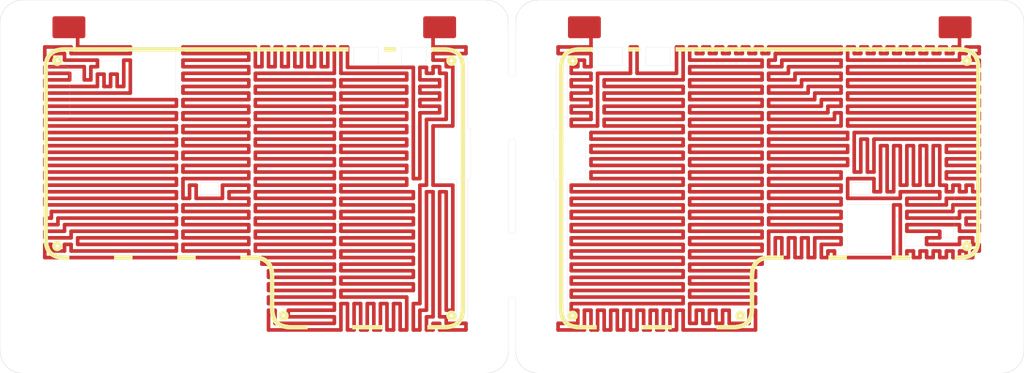
<source format=kicad_pcb>
(kicad_pcb (version 20211014) (generator pcbnew)
  (layers (0 "F.Cu" signal) (31 "B.Cu" signal) (34 "B.Paste" user) (35 "F.Paste" user) (36 "B.SilkS" user "B.Silkscreen") (37 "F.SilkS" user "F.Silkscreen") (38 "B.Mask" user) (39 "F.Mask" user) (44 "Edge.Cuts" user))
  (net 0 "")
  (footprint "" (layer "F.Cu") (at 147.025 79)
    (fp_text reference "")
    (fp_text value "")
  )
  (footprint "" (layer "F.Cu") (at 148.975 77.4)
    (fp_text reference "")
    (fp_text value "")
  )
  (footprint "" (layer "F.Cu") (at 147.025 112)
    (fp_text reference "")
    (fp_text value "")
  )
  (footprint "" (layer "F.Cu") (at 147.025 113.6)
    (fp_text reference "")
    (fp_text value "")
  )
  (footprint "" (layer "F.Cu") (at 148.975 80.6)
    (fp_text reference "")
    (fp_text value "")
  )
  (footprint "" (layer "F.Cu") (at 148.975 126.35)
    (fp_text reference "")
    (fp_text value "")
  )
  (footprint "" (layer "F.Cu") (at 128.2 54.4)
    (fp_text reference "")
    (fp_text value "")
  )
  (footprint "" (layer "F.Cu") (at 148.975 114.4)
    (fp_text reference "")
    (fp_text value "")
  )
  (footprint "" (layer "F.Cu") (at 147.025 111.2)
    (fp_text reference "")
    (fp_text value "")
  )
  (footprint "" (layer "F.Cu") (at 148.975 127.15)
    (fp_text reference "")
    (fp_text value "")
  )
  (footprint "" (layer "F.Cu") (at 14 143)
    (fp_text reference "")
    (fp_text value "")
  )
  (footprint "" (layer "F.Cu") (at 141 53)
    (fp_text reference "")
    (fp_text value "")
  )
  (footprint "" (layer "F.Cu") (at 147.025 127.95)
    (fp_text reference "")
    (fp_text value "")
  )
  (footprint "" (layer "F.Cu") (at 147.025 127.15)
    (fp_text reference "")
    (fp_text value "")
  )
  (footprint "" (layer "F.Cu") (at 148.975 115.2)
    (fp_text reference "")
    (fp_text value "")
  )
  (footprint "" (layer "F.Cu") (at 148.975 74.2)
    (fp_text reference "")
    (fp_text value "")
  )
  (footprint "" (layer "F.Cu") (at 147.025 114.4)
    (fp_text reference "")
    (fp_text value "")
  )
  (footprint "" (layer "F.Cu") (at 147.025 73.4)
    (fp_text reference "")
    (fp_text value "")
  )
  (footprint "" (layer "F.Cu") (at 148.975 127.95)
    (fp_text reference "")
    (fp_text value "")
  )
  (footprint "" (layer "F.Cu") (at 148.975 68.65)
    (fp_text reference "")
    (fp_text value "")
  )
  (footprint "" (layer "F.Cu") (at 148.975 123.95)
    (fp_text reference "")
    (fp_text value "")
  )
  (footprint "" (layer "F.Cu") (at 148.975 78.2)
    (fp_text reference "")
    (fp_text value "")
  )
  (footprint "" (layer "F.Cu") (at 147.025 118.35)
    (fp_text reference "")
    (fp_text value "")
  )
  (footprint "" (layer "F.Cu") (at 148.975 115.95)
    (fp_text reference "")
    (fp_text value "")
  )
  (footprint "" (layer "F.Cu") (at 147.025 81.4)
    (fp_text reference "")
    (fp_text value "")
  )
  (footprint "" (layer "F.Cu") (at 147.025 78.2)
    (fp_text reference "")
    (fp_text value "")
  )
  (footprint "" (layer "F.Cu") (at 148.975 73.4)
    (fp_text reference "")
    (fp_text value "")
  )
  (footprint "" (layer "F.Cu") (at 167.8 54.4 -90)
    (fp_text reference "")
    (fp_text value "")
  )
  (footprint "" (layer "F.Cu") (at 147.025 83)
    (fp_text reference "")
    (fp_text value "")
  )
  (footprint "" (layer "F.Cu") (at 147.025 79.8)
    (fp_text reference "")
    (fp_text value "")
  )
  (footprint "" (layer "F.Cu") (at 147.025 70.25)
    (fp_text reference "")
    (fp_text value "")
  )
  (footprint "" (layer "F.Cu") (at 147.025 71.05)
    (fp_text reference "")
    (fp_text value "")
  )
  (footprint "" (layer "F.Cu") (at 147.025 122.35)
    (fp_text reference "")
    (fp_text value "")
  )
  (footprint "" (layer "F.Cu") (at 147.025 120.75)
    (fp_text reference "")
    (fp_text value "")
  )
  (footprint "" (layer "F.Cu") (at 14 53)
    (fp_text reference "")
    (fp_text value "")
  )
  (footprint "" (layer "F.Cu") (at 147.025 115.95)
    (fp_text reference "")
    (fp_text value "")
  )
  (footprint "" (layer "F.Cu") (at 147.025 119.95)
    (fp_text reference "")
    (fp_text value "")
  )
  (footprint "" (layer "F.Cu") (at 147.025 124.75)
    (fp_text reference "")
    (fp_text value "")
  )
  (footprint "" (layer "F.Cu") (at 148.975 75.8)
    (fp_text reference "")
    (fp_text value "")
  )
  (footprint "" (layer "F.Cu") (at 147.025 83.8)
    (fp_text reference "")
    (fp_text value "")
  )
  (footprint "" (layer "F.Cu") (at 148.975 119.95)
    (fp_text reference "")
    (fp_text value "")
  )
  (footprint "" (layer "F.Cu") (at 148.975 67.85)
    (fp_text reference "")
    (fp_text value "")
  )
  (footprint "" (layer "F.Cu") (at 148.975 112.8)
    (fp_text reference "")
    (fp_text value "")
  )
  (footprint "" (layer "F.Cu") (at 155 143)
    (fp_text reference "")
    (fp_text value "")
  )
  (footprint "" (layer "F.Cu") (at 147.025 75.8)
    (fp_text reference "")
    (fp_text value "")
  )
  (footprint "" (layer "F.Cu") (at 148.975 76.6)
    (fp_text reference "")
    (fp_text value "")
  )
  (footprint "" (layer "F.Cu") (at 147.025 71.85)
    (fp_text reference "")
    (fp_text value "")
  )
  (footprint "" (layer "F.Cu") (at 148.975 118.35)
    (fp_text reference "")
    (fp_text value "")
  )
  (footprint "" (layer "F.Cu") (at 147.025 80.6)
    (fp_text reference "")
    (fp_text value "")
  )
  (footprint "" (layer "F.Cu") (at 147.025 74.2)
    (fp_text reference "")
    (fp_text value "")
  )
  (footprint "" (layer "F.Cu") (at 147.025 68.65)
    (fp_text reference "")
    (fp_text value "")
  )
  (footprint "" (layer "F.Cu") (at 147.025 115.2)
    (fp_text reference "")
    (fp_text value "")
  )
  (footprint "" (layer "F.Cu") (at 148.975 75)
    (fp_text reference "")
    (fp_text value "")
  )
  (footprint "" (layer "F.Cu") (at 147.025 69.45)
    (fp_text reference "")
    (fp_text value "")
  )
  (footprint "" (layer "F.Cu") (at 148.975 84.6)
    (fp_text reference "")
    (fp_text value "")
  )
  (footprint "" (layer "F.Cu") (at 147.025 121.55)
    (fp_text reference "")
    (fp_text value "")
  )
  (footprint "" (layer "F.Cu") (at 148.975 111.2)
    (fp_text reference "")
    (fp_text value "")
  )
  (footprint "" (layer "F.Cu") (at 148.975 121.55)
    (fp_text reference "")
    (fp_text value "")
  )
  (footprint "" (layer "F.Cu") (at 148.975 117.55)
    (fp_text reference "")
    (fp_text value "")
  )
  (footprint "" (layer "F.Cu") (at 148.975 119.15)
    (fp_text reference "")
    (fp_text value "")
  )
  (footprint "" (layer "F.Cu") (at 148.975 116.75)
    (fp_text reference "")
    (fp_text value "")
  )
  (footprint "" (layer "F.Cu") (at 148.975 120.75)
    (fp_text reference "")
    (fp_text value "")
  )
  (footprint "" (layer "F.Cu") (at 147.025 117.55)
    (fp_text reference "")
    (fp_text value "")
  )
  (footprint "" (layer "F.Cu") (at 148.975 83.8)
    (fp_text reference "")
    (fp_text value "")
  )
  (footprint "" (layer "F.Cu") (at 147.025 116.75)
    (fp_text reference "")
    (fp_text value "")
  )
  (footprint "" (layer "F.Cu") (at 141 143)
    (fp_text reference "")
    (fp_text value "")
  )
  (footprint "" (layer "F.Cu") (at 148.975 113.6)
    (fp_text reference "")
    (fp_text value "")
  )
  (footprint "" (layer "F.Cu") (at 147.025 72.6)
    (fp_text reference "")
    (fp_text value "")
  )
  (footprint "" (layer "F.Cu") (at 148.975 124.75)
    (fp_text reference "")
    (fp_text value "")
  )
  (footprint "" (layer "F.Cu") (at 147.025 76.6)
    (fp_text reference "")
    (fp_text value "")
  )
  (footprint "" (layer "F.Cu") (at 147.025 67.85)
    (fp_text reference "")
    (fp_text value "")
  )
  (footprint "" (layer "F.Cu") (at 147.025 126.35)
    (fp_text reference "")
    (fp_text value "")
  )
  (footprint "" (layer "F.Cu") (at 148.975 122.35)
    (fp_text reference "")
    (fp_text value "")
  )
  (footprint "" (layer "F.Cu") (at 148.975 125.55)
    (fp_text reference "")
    (fp_text value "")
  )
  (footprint "" (layer "F.Cu") (at 282 143)
    (fp_text reference "")
    (fp_text value "")
  )
  (footprint "" (layer "F.Cu") (at 148.975 82.2)
    (fp_text reference "")
    (fp_text value "")
  )
  (footprint "" (layer "F.Cu") (at 148.975 72.6)
    (fp_text reference "")
    (fp_text value "")
  )
  (footprint "" (layer "F.Cu") (at 26.8 54.4)
    (fp_text reference "")
    (fp_text value "")
  )
  (footprint "" (layer "F.Cu") (at 147.025 123.95)
    (fp_text reference "")
    (fp_text value "")
  )
  (footprint "" (layer "F.Cu") (at 147.025 84.6)
    (fp_text reference "")
    (fp_text value "")
  )
  (footprint "" (layer "F.Cu") (at 148.975 83)
    (fp_text reference "")
    (fp_text value "")
  )
  (footprint "" (layer "F.Cu") (at 147.025 112.8)
    (fp_text reference "")
    (fp_text value "")
  )
  (footprint "" (layer "F.Cu") (at 147.025 75)
    (fp_text reference "")
    (fp_text value "")
  )
  (footprint "" (layer "F.Cu") (at 148.975 69.45)
    (fp_text reference "")
    (fp_text value "")
  )
  (footprint "" (layer "F.Cu") (at 147.025 77.4)
    (fp_text reference "")
    (fp_text value "")
  )
  (footprint "" (layer "F.Cu") (at 148.975 79.8)
    (fp_text reference "")
    (fp_text value "")
  )
  (footprint "" (layer "F.Cu") (at 269.2 54.4)
    (fp_text reference "")
    (fp_text value "")
  )
  (footprint "" (layer "F.Cu") (at 148.975 70.25)
    (fp_text reference "")
    (fp_text value "")
  )
  (footprint "" (layer "F.Cu") (at 147.025 119.15)
    (fp_text reference "")
    (fp_text value "")
  )
  (footprint "" (layer "F.Cu") (at 147.025 82.2)
    (fp_text reference "")
    (fp_text value "")
  )
  (footprint "" (layer "F.Cu") (at 282 53)
    (fp_text reference "")
    (fp_text value "")
  )
  (footprint "" (layer "F.Cu") (at 147.025 123.15)
    (fp_text reference "")
    (fp_text value "")
  )
  (footprint "" (layer "F.Cu") (at 155 53)
    (fp_text reference "")
    (fp_text value "")
  )
  (footprint "" (layer "F.Cu") (at 147.025 125.55)
    (fp_text reference "")
    (fp_text value "")
  )
  (footprint "" (layer "F.Cu") (at 148.975 81.4)
    (fp_text reference "")
    (fp_text value "")
  )
  (footprint "" (layer "F.Cu") (at 148.975 112)
    (fp_text reference "")
    (fp_text value "")
  )
  (footprint "" (layer "F.Cu") (at 148.975 79)
    (fp_text reference "")
    (fp_text value "")
  )
  (footprint "" (layer "F.Cu") (at 148.975 123.15)
    (fp_text reference "")
    (fp_text value "")
  )
  (footprint "" (layer "F.Cu") (at 148.975 71.05)
    (fp_text reference "")
    (fp_text value "")
  )
  (footprint "" (layer "F.Cu") (at 148.975 71.85)
    (fp_text reference "")
    (fp_text value "")
  )
  (gr_line (start 162.237053 62.305711) (end 162 62.728671) (layer "F.SilkS") (width 1.2))
  (gr_curve (pts (xy 217.069287 118.170326) (xy 216.928872 118.204684) (xy 216.792391 118.243478) (xy 216.659864 118.286769)) (layer "F.SilkS") (width 0.0381))
  (gr_line (start 131.833002 136.07551) (end 132.157579 135.949856) (layer "F.SilkS") (width 1.2))
  (gr_line (start 81.623244 119.326457) (end 81.71662 119.478193) (layer "F.SilkS") (width 1.2))
  (gr_line (start 211.222508 135.949869) (end 211.35155 135.892768) (layer "F.SilkS") (width 1.2))
  (gr_line (start 161.531224 132.483181) (end 161.633635 133.043586) (layer "F.SilkS") (width 1.2))
  (gr_line (start 274.748438 62.305712) (end 274.476057 61.922386) (layer "F.SilkS") (width 1.2))
  (gr_line (start 77.377831 117.399986) (end 77.50692 117.399986) (layer "F.SilkS") (width 1.2))
  (gr_line (start 81.886006 119.806932) (end 82.00104 120.079774) (layer "F.SilkS") (width 1.2))
  (gr_line (start 274.165386 116.248473) (end 274.216382 116.197622) (layer "F.SilkS") (width 1.2))
  (gr_circle (center 210.480219 133.300002) (end 211.380219 133.300002) (layer "F.SilkS") (width 1) (fill none))
  (gr_line (start 134.487301 132.396903) (end 134.498793 132.302299) (layer "F.SilkS") (width 1.2))
  (gr_line (start 163.298485 135.655721) (end 163.721432 135.892771) (layer "F.SilkS") (width 1.2))
  (gr_line (start 213.563721 132.302336) (end 213.608811 131.796987) (layer "F.SilkS") (width 1.2))
  (gr_line (start 78.602189 117.488125) (end 78.839446 117.532319) (layer "F.SilkS") (width 1.2))
  (gr_line (start 274.070348 61.516678) (end 273.687008 61.244285) (layer "F.SilkS") (width 1.2))
  (gr_line (start 212.199081 135.346512) (end 212.252901 135.298451) (layer "F.SilkS") (width 1.2))
  (gr_line (start 216.310007 117.776791) (end 216.46707 117.718313) (layer "F.SilkS") (width 1.2))
  (gr_line (start 273.687008 61.244285) (end 273.264048 61.007232) (layer "F.SilkS") (width 1.2))
  (gr_line (start 86.430936 136.372016) (end 86.525504 136.383503) (layer "F.SilkS") (width 1.2))
  (gr_line (start 21.667721 61.776306) (end 21.616882 61.827299) (layer "F.SilkS") (width 1.2))
  (gr_line (start 133.362892 135.123661) (end 133.413719 135.072686) (layer "F.SilkS") (width 1.2))
  (gr_line (start 161.44277 65.858498) (end 161.442769 84.353) (layer "F.SilkS") (width 1.2))
  (gr_line (start 83.172118 134.594275) (end 83.444517 134.977621) (layer "F.SilkS") (width 1.2))
  (gr_line (start 161.790929 133.639901) (end 161.817253 133.717766) (layer "F.SilkS") (width 1.2))
  (gr_line (start 275.351853 113.993589) (end 275.454269 113.433193) (layer "F.SilkS") (width 1.2))
  (gr_line (start 23.871751 117.209129) (end 24.432156 117.31154) (layer "F.SilkS") (width 1.2))
  (gr_line (start 82.377831 122.270897) (end 82.377831 122.399986) (layer "F.SilkS") (width 1.2))
  (gr_line (start 82.935065 134.17131) (end 83.172118 134.594275) (layer "F.SilkS") (width 1.2))
  (gr_line (start 133.362892 61.776312) (end 133.301015 61.714251) (layer "F.SilkS") (width 1.2))
  (gr_line (start 161.942893 134.042291) (end 161.999994 134.171327) (layer "F.SilkS") (width 1.2))
  (gr_line (start 162.59432 61.827314) (end 162.546275 61.881124) (layer "F.SilkS") (width 1.2))
  (gr_line (start 82.245498 120.938371) (end 82.289692 121.175628) (layer "F.SilkS") (width 1.2))
  (gr_line (start 164.32104 136.124896) (end 164.849192 136.259137) (layer "F.SilkS") (width 1.2))
  (gr_line (start 133.41373 61.8273) (end 133.362892 61.776312) (layer "F.SilkS") (width 1.2))
  (gr_rect (start 208.238266 137.05) (end 203.909267 135.85) (layer "F.SilkS") (width 0) (fill solid))
  (gr_rect (start 61.491286 116.799986) (end 56.413285 117.999986) (layer "F.SilkS") (width 0) (fill solid))
  (gr_rect (start 103.283236 59.849986) (end 25.857284 61.049986) (layer "F.SilkS") (width 0) (fill solid))
  (gr_line (start 275.168241 63.182262) (end 275.042594 62.857713) (layer "F.SilkS") (width 1.2))
  (gr_line (start 162.873898 61.553502) (end 162.820084 61.60155) (layer "F.SilkS") (width 1.2))
  (gr_line (start 213.552237 132.396937) (end 213.563721 132.302336) (layer "F.SilkS") (width 1.2))
  (gr_line (start 162.237048 134.594289) (end 162.509415 134.977594) (layer "F.SilkS") (width 1.2))
  (gr_line (start 213.630219 131.041501) (end 213.630219 122.4) (layer "F.SilkS") (width 1.2))
  (gr_line (start 24.613 60.51648) (end 24.518389 60.527968) (layer "F.SilkS") (width 1.2))
  (gr_line (start 82.877962 134.042274) (end 82.935065 134.17131) (layer "F.SilkS") (width 1.2))
  (gr_line (start 82.349923 121.680309) (end 82.363992 121.85783) (layer "F.SilkS") (width 1.2))
  (gr_line (start 275.521316 65.103015) (end 275.476234 64.597675) (layer "F.SilkS") (width 1.2))
  (gr_line (start 165.409603 136.361548) (end 165.495836 136.372023) (layer "F.SilkS") (width 1.2))
  (gr_line (start 275.454269 64.416841) (end 275.351853 63.856421) (layer "F.SilkS") (width 1.2))
  (gr_line (start 131.158858 136.259123) (end 131.68701 136.124882) (layer "F.SilkS") (width 1.2))
  (gr_line (start 214.192408 119.658567) (end 214.29143 119.478207) (layer "F.SilkS") (width 1.2))
  (gr_line (start 22.743981 116.842759) (end 22.873041 116.89986) (layer "F.SilkS") (width 1.2))
  (gr_line (start 20.656197 113.993575) (end 20.790429 114.521712) (layer "F.SilkS") (width 1.2))
  (gr_line (start 82.377831 131.041487) (end 82.399239 131.796973) (layer "F.SilkS") (width 1.2))
  (gr_line (start 210.751942 136.124897) (end 210.820123 136.101845) (layer "F.SilkS") (width 1.2))
  (gr_circle (center 272.392719 63.6) (end 273.292719 63.6) (layer "F.SilkS") (width 1) (fill none))
  (gr_line (start 163.850482 60.950126) (end 163.721441 61.00723) (layer "F.SilkS") (width 1.2))
  (gr_line (start 273.264069 116.842773) (end 273.686999 116.605724) (layer "F.SilkS") (width 1.2))
  (gr_line (start 208.221721 136.45) (end 208.977204 136.428596) (layer "F.SilkS") (width 1.2))
  (gr_line (start 213.948573 120.236739) (end 214.00701 120.079788) (layer "F.SilkS") (width 1.2))
  (gr_line (start 132.709569 61.244269) (end 132.286609 61.007216) (layer "F.SilkS") (width 1.2))
  (gr_line (start 164.849192 136.259137) (end 165.409603 136.361548) (layer "F.SilkS") (width 1.2))
  (gr_line (start 24.518389 60.527968) (end 24.43216 60.538439) (layer "F.SilkS") (width 1.2))
  (gr_line (start 272.732647 117.051842) (end 272.810483 117.025528) (layer "F.SilkS") (width 1.2))
  (gr_line (start 21.616877 116.022682) (end 21.667703 116.073648) (layer "F.SilkS") (width 1.2))
  (gr_line (start 79.970885 117.891811) (end 80.119264 117.962175) (layer "F.SilkS") (width 1.2))
  (gr_line (start 213.630219 122.4) (end 213.630219 122.270911) (layer "F.SilkS") (width 1.2))
  (gr_line (start 133.498615 61.922371) (end 133.461775 61.88111) (layer "F.SilkS") (width 1.2))
  (gr_line (start 131.686999 60.775087) (end 131.158859 60.640852) (layer "F.SilkS") (width 1.2))
  (gr_line (start 24.518411 117.322015) (end 24.613013 117.333504) (layer "F.SilkS") (width 1.2))
  (gr_line (start 215.130728 118.463005) (end 215.336721 118.304967) (layer "F.SilkS") (width 1.2))
  (gr_rect (start 183.084814 61.05) (end 179.724814 59.850002) (layer "F.SilkS") (width 0) (fill solid))
  (gr_line (start 77.919987 117.413825) (end 78.097508 117.427894) (layer "F.SilkS") (width 1.2))
  (gr_line (start 23.275403 117.051828) (end 23.343618 117.074895) (layer "F.SilkS") (width 1.2))
  (gr_rect (start 222.316763 118) (end 218.687764 116.8) (layer "F.SilkS") (width 0) (fill solid))
  (gr_line (start 20.965459 114.99228) (end 21.022566 115.121325) (layer "F.SilkS") (width 1.2))
  (gr_rect (start 270.050767 118) (end 269.072766 116.8) (layer "F.SilkS") (width 0) (fill solid))
  (gr_line (start 274.439224 61.881132) (end 274.391168 61.827313) (layer "F.SilkS") (width 1.2))
  (gr_line (start 275.476224 113.252345) (end 275.521313 112.74699) (layer "F.SilkS") (width 1.2))
  (gr_line (start 134.217121 133.639887) (end 134.240194 133.571677) (layer "F.SilkS") (width 1.2))
  (gr_line (start 20.553781 113.433179) (end 20.656197 113.993575) (layer "F.SilkS") (width 1.2))
  (gr_rect (start 26.935284 116.799986) (end 25.957283 117.999986) (layer "F.SilkS") (width 0) (fill solid))
  (gr_line (start 271.575894 117.311554) (end 272.136299 117.209143) (layer "F.SilkS") (width 1.2))
  (gr_line (start 134.498789 64.597659) (end 134.487301 64.503054) (layer "F.SilkS") (width 1.2))
  (gr_line (start 24.432156 117.31154) (end 24.518411 117.322015) (layer "F.SilkS") (width 1.2))
  (gr_line (start 134.543876 65.103002) (end 134.498789 64.597659) (layer "F.SilkS") (width 1.2))
  (gr_line (start 166.095792 136.428593) (end 166.851268 136.45) (layer "F.SilkS") (width 1.2))
  (gr_line (start 166.851268 60.45) (end 166.095786 60.471404) (layer "F.SilkS") (width 1.2))
  (gr_line (start 133.301015 61.714251) (end 133.238958 61.652377) (layer "F.SilkS") (width 1.2))
  (gr_rect (start 170.084814 61.05) (end 166.850816 59.850002) (layer "F.SilkS") (width 0) (fill solid))
  (gr_line (start 21.937707 116.33332) (end 22.321051 116.60571) (layer "F.SilkS") (width 1.2))
  (gr_line (start 24.613013 117.333504) (end 25.118352 117.378594) (layer "F.SilkS") (width 1.2))
  (gr_line (start 25.873829 60.449986) (end 25.118345 60.471392) (layer "F.SilkS") (width 1.2))
  (gr_arc (start 268.973726 99.699002) (mid 269.339844 98.815126) (end 270.223718 98.449003) (layer "F.SilkS") (width 0.03))
  (gr_line (start 133.770997 62.305697) (end 133.498615 61.922371) (layer "F.SilkS") (width 1.2))
  (gr_line (start 214.00701 120.079788) (end 214.122044 119.806946) (layer "F.SilkS") (width 1.2))
  (gr_line (start 86.344686 136.361536) (end 86.430936 136.372016) (layer "F.SilkS") (width 1.2))
  (gr_line (start 164.252874 136.101849) (end 164.32104 136.124896) (layer "F.SilkS") (width 1.2))
  (gr_line (start 272.810483 117.025528) (end 273.135009 116.899874) (layer "F.SilkS") (width 1.2))
  (gr_line (start 21.937702 61.516664) (end 21.896447 61.553494) (layer "F.SilkS") (width 1.2))
  (gr_line (start 20.839808 114.66772) (end 20.965459 114.99228) (layer "F.SilkS") (width 1.2))
  (gr_line (start 164.175019 60.82448) (end 163.850482 60.950126) (layer "F.SilkS") (width 1.2))
  (gr_line (start 164.252851 60.798162) (end 164.175019 60.82448) (layer "F.SilkS") (width 1.2))
  (gr_line (start 162.769087 135.247603) (end 162.820093 135.298456) (layer "F.SilkS") (width 1.2))
  (gr_line (start 215.006778 118.574913) (end 215.130728 118.463005) (layer "F.SilkS") (width 1.2))
  (gr_line (start 129.912264 60.47139) (end 129.156782 60.449986) (layer "F.SilkS") (width 1.2))
  (gr_line (start 21.022566 115.121325) (end 21.259613 115.544284) (layer "F.SilkS") (width 1.2))
  (gr_line (start 134.565281 93.496986) (end 134.565281 84.352986) (layer "F.SilkS") (width 1.2))
  (gr_line (start 274.216397 61.652391) (end 274.165398 61.601543) (layer "F.SilkS") (width 1.2))
  (gr_line (start 162.546275 61.881124) (end 162.509435 61.922385) (layer "F.SilkS") (width 1.2))
  (gr_line (start 214.535186 119.106502) (end 214.693215 118.90052) (layer "F.SilkS") (width 1.2))
  (gr_line (start 22.873041 116.89986) (end 23.197567 117.025514) (layer "F.SilkS") (width 1.2))
  (gr_line (start 134.476829 64.416812) (end 134.374414 63.856407) (layer "F.SilkS") (width 1.2))
  (gr_line (start 20.839809 63.182248) (end 20.813488 63.260076) (layer "F.SilkS") (width 1.2))
  (gr_line (start 273.135009 116.899874) (end 273.264069 116.842773) (layer "F.SilkS") (width 1.2))
  (gr_line (start 212.42781 135.123697) (end 212.478674 135.072678) (layer "F.SilkS") (width 1.2))
  (gr_line (start 82.00104 120.079774) (end 82.059477 120.236725) (layer "F.SilkS") (width 1.2))
  (gr_circle (center 131.407231 63.59999) (end 132.307231 63.59999) (layer "F.SilkS") (width 1) (fill none))
  (gr_line (start 21.791668 116.197608) (end 21.842664 116.248459) (layer "F.SilkS") (width 1.2))
  (gr_line (start 212.365943 135.18575) (end 212.42781 135.123697) (layer "F.SilkS") (width 1.2))
  (gr_line (start 78.42745 117.463739) (end 78.602189 117.488125) (layer "F.SilkS") (width 1.2))
  (gr_line (start 82.191191 120.699962) (end 82.245498 120.938371) (layer "F.SilkS") (width 1.2))
  (gr_line (start 209.482546 136.383517) (end 209.577114 136.37203) (layer "F.SilkS") (width 1.2))
  (gr_line (start 161.999994 134.171327) (end 162.237048 134.594289) (layer "F.SilkS") (width 1.2))
  (gr_line (start 217.910542 117.427908) (end 218.088063 117.413839) (layer "F.SilkS") (width 1.2))
  (gr_line (start 20.656197 63.856407) (end 20.553781 64.416827) (layer "F.SilkS") (width 1.2))
  (gr_line (start 21.02256 62.728659) (end 20.965456 62.857699) (layer "F.SilkS") (width 1.2))
  (gr_line (start 82.752313 133.717734) (end 82.877962 134.042274) (layer "F.SilkS") (width 1.2))
  (gr_line (start 217.168604 117.532333) (end 217.405861 117.488139) (layer "F.SilkS") (width 1.2))
  (gr_line (start 81.102095 118.675722) (end 81.203012 118.776639) (layer "F.SilkS") (width 1.2))
  (gr_line (start 20.486737 112.746976) (end 20.531826 113.252331) (layer "F.SilkS") (width 1.2))
  (gr_line (start 218.088063 117.413839) (end 218.156243 117.410451) (layer "F.SilkS") (width 1.2))
  (gr_line (start 163.721441 61.00723) (end 163.298481 61.244283) (layer "F.SilkS") (width 1.2))
  (gr_line (start 21.616882 61.827299) (end 21.568826 61.881118) (layer "F.SilkS") (width 1.2))
  (gr_line (start 274.985484 115.121339) (end 275.042591 114.992294) (layer "F.SilkS") (width 1.2))
  (gr_rect (start 116.283236 59.849988) (end 112.923236 61.049986) (layer "F.SilkS") (width 0) (fill solid))
  (gr_line (start 83.529376 135.072664) (end 83.58024 135.123683) (layer "F.SilkS") (width 1.2))
  (gr_line (start 133.134152 61.553488) (end 133.092895 61.516651) (layer "F.SilkS") (width 1.2))
  (gr_line (start 213.282052 133.639928) (end 213.305111 133.571733) (layer "F.SilkS") (width 1.2))
  (gr_line (start 209.577114 136.37203) (end 209.663364 136.36155) (layer "F.SilkS") (width 1.2))
  (gr_line (start 21.667703 116.073648) (end 21.729589 116.135716) (layer "F.SilkS") (width 1.2))
  (gr_line (start 161.633636 63.856421) (end 161.531221 64.416826) (layer "F.SilkS") (width 1.2))
  (gr_line (start 275.454269 113.433193) (end 275.464738 113.346952) (layer "F.SilkS") (width 1.2))
  (gr_line (start 23.871751 60.640856) (end 23.3436 60.775093) (layer "F.SilkS") (width 1.2))
  (gr_line (start 82.146157 120.519001) (end 82.191191 120.699962) (layer "F.SilkS") (width 1.2))
  (gr_line (start 20.543304 64.50308) (end 20.531816 64.597661) (layer "F.SilkS") (width 1.2))
  (gr_line (start 22.321051 116.60571) (end 22.743981 116.842759) (layer "F.SilkS") (width 1.2))
  (gr_line (start 215.336721 118.304967) (end 215.488731 118.199809) (layer "F.SilkS") (width 1.2))
  (gr_line (start 23.197582 60.824467) (end 22.873041 60.950115) (layer "F.SilkS") (width 1.2))
  (gr_line (start 213.072985 134.171324) (end 213.130088 134.042288) (layer "F.SilkS") (width 1.2))
  (gr_line (start 275.168242 114.667734) (end 275.194567 114.589902) (layer "F.SilkS") (width 1.2))
  (gr_line (start 210.223797 136.259131) (end 210.751942 136.124897) (layer "F.SilkS") (width 1.2))
  (gr_line (start 162.915155 61.516665) (end 162.873898 61.553502) (layer "F.SilkS") (width 1.2))
  (gr_line (start 162.70703 135.185734) (end 162.769087 135.247603) (layer "F.SilkS") (width 1.2))
  (gr_line (start 83.755149 135.298437) (end 83.808969 135.346498) (layer "F.SilkS") (width 1.2))
  (gr_line (start 133.771002 134.594275) (end 134.008056 134.171313) (layer "F.SilkS") (width 1.2))
  (gr_line (start 214.805038 118.776653) (end 214.905955 118.675736) (layer "F.SilkS") (width 1.2))
  (gr_line (start 134.374414 63.856407) (end 134.240179 63.328267) (layer "F.SilkS") (width 1.2))
  (gr_line (start 133.461775 61.88111) (end 133.41373 61.8273) (layer "F.SilkS") (width 1.2))
  (gr_rect (start 77.320286 116.799986) (end 73.691287 117.999986) (layer "F.SilkS") (width 0) (fill solid))
  (gr_line (start 131.68701 136.124882) (end 131.755176 136.101835) (layer "F.SilkS") (width 1.2))
  (gr_rect (start 92.098783 135.849986) (end 87.769784 137.049986) (layer "F.SilkS") (width 0) (fill solid))
  (gr_line (start 80.119264 117.962175) (end 80.299624 118.061197) (layer "F.SilkS") (width 1.2))
  (gr_line (start 214.430028 119.258512) (end 214.535186 119.106502) (layer "F.SilkS") (width 1.2))
  (gr_line (start 82.314078 121.350367) (end 82.349923 121.680309) (layer "F.SilkS") (width 1.2))
  (gr_line (start 82.725998 133.639914) (end 82.752313 133.717734) (layer "F.SilkS") (width 1.2))
  (gr_line (start 79.54098 117.718299) (end 79.698043 117.776777) (layer "F.SilkS") (width 1.2))
  (gr_rect (start 171.180267 137.05) (end 166.851268 135.85) (layer "F.SilkS") (width 0) (fill solid))
  (gr_line (start 162.707035 61.714265) (end 162.645158 61.776326) (layer "F.SilkS") (width 1.2))
  (gr_line (start 77.50692 117.399986) (end 77.851807 117.410437) (layer "F.SilkS") (width 1.2))
  (gr_line (start 214.693215 118.90052) (end 214.805038 118.776653) (layer "F.SilkS") (width 1.2))
  (gr_line (start 161.81725 63.182249) (end 161.790932 63.260081) (layer "F.SilkS") (width 1.2))
  (gr_line (start 275.042594 62.857713) (end 274.98549 62.728673) (layer "F.SilkS") (width 1.2))
  (gr_line (start 272.136299 117.209143) (end 272.664432 117.074909) (layer "F.SilkS") (width 1.2))
  (gr_line (start 131.755199 60.798148) (end 131.686999 60.775087) (layer "F.SilkS") (width 1.2))
  (gr_line (start 165.590443 60.516491) (end 165.495838 60.527979) (layer "F.SilkS") (width 1.2))
  (gr_line (start 164.321051 60.775101) (end 164.252851 60.798162) (layer "F.SilkS") (width 1.2))
  (gr_line (start 132.286609 61.007216) (end 132.157568 60.950112) (layer "F.SilkS") (width 1.2))
  (gr_line (start 213.630219 122.270911) (end 213.64067 121.926024) (layer "F.SilkS") (width 1.2))
  (gr_line (start 268.973726 99.699002) (end 268.973724 111.524999) (layer "F.SilkS") (width 0.03))
  (gr_line (start 210.820123 136.101845) (end 210.897942 136.075524) (layer "F.SilkS") (width 1.2))
  (gr_line (start 134.543873 131.796969) (end 134.565281 131.041487) (layer "F.SilkS") (width 1.2))
  (gr_line (start 271.395037 117.333518) (end 271.489639 117.322029) (layer "F.SilkS") (width 1.2))
  (gr_line (start 134.565281 131.041487) (end 134.565281 93.496986) (layer "F.SilkS") (width 1.2))
  (gr_line (start 273.135009 60.950129) (end 272.810468 60.824481) (layer "F.SilkS") (width 1.2))
  (gr_line (start 20.486734 65.103001) (end 20.465331 65.858483) (layer "F.SilkS") (width 1.2))
  (gr_line (start 25.118345 60.471392) (end 24.613 60.51648) (layer "F.SilkS") (width 1.2))
  (gr_line (start 78.097508 117.427894) (end 78.42745 117.463739) (layer "F.SilkS") (width 1.2))
  (gr_line (start 130.512214 136.372009) (end 130.598447 136.361534) (layer "F.SilkS") (width 1.2))
  (gr_line (start 274.278465 61.714274) (end 274.216397 61.652391) (layer "F.SilkS") (width 1.2))
  (gr_line (start 81.001272 118.574899) (end 81.102095 118.675722) (layer "F.SilkS") (width 1.2))
  (gr_line (start 213.255737 133.717748) (end 213.282052 133.639928) (layer "F.SilkS") (width 1.2))
  (gr_arc (start 25.799233 65.075016) (mid 26.683091 65.44116) (end 27.049236 66.325017) (layer "F.SilkS") (width 0.03))
  (gr_rect (start 129.149184 59.850002) (end 125.915186 61.05) (layer "F.SilkS") (width 0) (fill solid))
  (gr_line (start 132.157568 60.950112) (end 131.833031 60.824466) (layer "F.SilkS") (width 1.2))
  (gr_line (start 82.289692 121.175628) (end 82.314078 121.350367) (layer "F.SilkS") (width 1.2))
  (gr_line (start 21.842664 116.248459) (end 21.896461 116.296495) (layer "F.SilkS") (width 1.2))
  (gr_line (start 82.36738 121.92601) (end 82.377831 122.270897) (layer "F.SilkS") (width 1.2))
  (gr_line (start 165.409596 60.538451) (end 164.849191 60.640866) (layer "F.SilkS") (width 1.2))
  (gr_arc (start 270.223727 112.775) (mid 269.339879 112.408846) (end 268.973724 111.524999) (layer "F.SilkS") (width 0.03))
  (gr_line (start 270.223727 112.775) (end 273.892718 112.774999) (layer "F.SilkS") (width 0.03))
  (gr_line (start 134.487301 64.503054) (end 134.476829 64.416812) (layer "F.SilkS") (width 1.2))
  (gr_arc (start 27.049234 78.151014) (mid 26.683125 79.034899) (end 25.799242 79.401013) (layer "F.SilkS") (width 0.03))
  (gr_line (start 211.35155 135.892768) (end 211.774507 135.655718) (layer "F.SilkS") (width 1.2))
  (gr_line (start 215.708426 118.061211) (end 215.888786 117.962189) (layer "F.SilkS") (width 1.2))
  (gr_line (start 215.488731 118.199809) (end 215.55669 118.154587) (layer "F.SilkS") (width 1.2))
  (gr_line (start 214.384806 119.326471) (end 214.430028 119.258512) (layer "F.SilkS") (width 1.2))
  (gr_line (start 21.842652 61.601529) (end 21.791653 61.652377) (layer "F.SilkS") (width 1.2))
  (gr_line (start 23.275407 60.79815) (end 23.197582 60.824467) (layer "F.SilkS") (width 1.2))
  (gr_line (start 21.56885 115.968881) (end 21.616877 116.022682) (layer "F.SilkS") (width 1.2))
  (gr_line (start 272.136299 60.64087) (end 271.57589 60.538453) (layer "F.SilkS") (width 1.2))
  (gr_line (start 161.520749 132.396917) (end 161.531224 132.483181) (layer "F.SilkS") (width 1.2))
  (gr_line (start 81.472864 119.106488) (end 81.578022 119.258498) (layer "F.SilkS") (width 1.2))
  (gr_circle (center 164.592762 133.300001) (end 165.492762 133.300001) (layer "F.SilkS") (width 1) (fill none))
  (gr_line (start 20.790429 114.521712) (end 20.813483 114.589888) (layer "F.SilkS") (width 1.2))
  (gr_line (start 133.238963 135.247589) (end 133.30102 135.18572) (layer "F.SilkS") (width 1.2))
  (gr_line (start 82.455813 132.396923) (end 82.466286 132.483145) (layer "F.SilkS") (width 1.2))
  (gr_line (start 274.070343 116.333334) (end 274.111589 116.296509) (layer "F.SilkS") (width 1.2))
  (gr_line (start 77.851807 117.410437) (end 77.919987 117.413825) (layer "F.SilkS") (width 1.2))
  (gr_line (start 213.658127 121.680323) (end 213.693972 121.350381) (layer "F.SilkS") (width 1.2))
  (gr_line (start 161.442769 84.353) (end 161.442769 93.497) (layer "F.SilkS") (width 1.2))
  (gr_line (start 133.461776 135.018855) (end 133.498635 134.97758) (layer "F.SilkS") (width 1.2))
  (gr_line (start 20.880237 66.325019) (end 20.880235 78.151014) (layer "F.SilkS") (width 0.03))
  (gr_line (start 270.134226 117.4) (end 270.889698 117.378608) (layer "F.SilkS") (width 1.2))
  (gr_line (start 79.078008 117.586661) (end 79.258495 117.631677) (layer "F.SilkS") (width 1.2))
  (gr_line (start 161.633635 133.043586) (end 161.767856 133.571691) (layer "F.SilkS") (width 1.2))
  (gr_line (start 20.465331 111.991488) (end 20.486737 112.746976) (layer "F.SilkS") (width 1.2))
  (gr_rect (start 256.872765 118) (end 251.794764 116.8) (layer "F.SilkS") (width 0) (fill solid))
  (gr_line (start 134.240179 63.328267) (end 134.217118 63.260067) (layer "F.SilkS") (width 1.2))
  (gr_line (start 83.58024 135.123683) (end 83.642107 135.185736) (layer "F.SilkS") (width 1.2))
  (gr_line (start 161.531221 64.416826) (end 161.520749 64.503068) (layer "F.SilkS") (width 1.2))
  (gr_line (start 274.748437 115.544298) (end 274.985484 115.121339) (layer "F.SilkS") (width 1.2))
  (gr_line (start 21.568826 61.881118) (end 21.531993 61.922372) (layer "F.SilkS") (width 1.2))
  (gr_line (start 274.98549 62.728673) (end 274.748438 62.305712) (layer "F.SilkS") (width 1.2))
  (gr_line (start 78.839446 117.532319) (end 79.078008 117.586661) (layer "F.SilkS") (width 1.2))
  (gr_line (start 274.340347 116.073662) (end 274.391173 116.022696) (layer "F.SilkS") (width 1.2))
  (gr_line (start 275.217618 63.328279) (end 275.194562 63.26009) (layer "F.SilkS") (width 1.2))
  (gr_line (start 81.314835 118.900506) (end 81.472864 119.106488) (layer "F.SilkS") (width 1.2))
  (gr_line (start 21.729589 116.135716) (end 21.791668 116.197608) (layer "F.SilkS") (width 1.2))
  (gr_line (start 132.286618 135.892757) (end 132.709565 135.655707) (layer "F.SilkS") (width 1.2))
  (gr_line (start 133.134157 135.346483) (end 133.187957 135.298442) (layer "F.SilkS") (width 1.2))
  (gr_line (start 162.873893 135.346497) (end 162.915142 135.383322) (layer "F.SilkS") (width 1.2))
  (gr_line (start 161.767871 63.328281) (end 161.633636 63.856421) (layer "F.SilkS") (width 1.2))
  (gr_line (start 133.30102 135.18572) (end 133.362892 135.123661) (layer "F.SilkS") (width 1.2))
  (gr_line (start 83.850215 135.383323) (end 84.233543 135.655704) (layer "F.SilkS") (width 1.2))
  (gr_line (start 213.305111 133.571733) (end 213.439345 133.04358) (layer "F.SilkS") (width 1.2))
  (gr_line (start 130.598454 60.538437) (end 130.512212 60.527965) (layer "F.SilkS") (width 1.2))
  (gr_line (start 83.70414 135.247587) (end 83.755149 135.298437) (layer "F.SilkS") (width 1.2))
  (gr_line (start 270.889698 117.378608) (end 271.395037 117.333518) (layer "F.SilkS") (width 1.2))
  (gr_line (start 273.686999 116.605724) (end 274.070343 116.333334) (layer "F.SilkS") (width 1.2))
  (gr_line (start 82.702939 133.571719) (end 82.725998 133.639914) (layer "F.SilkS") (width 1.2))
  (gr_line (start 22.873041 60.950115) (end 22.744002 61.007218) (layer "F.SilkS") (width 1.2))
  (gr_rect (start 112.627782 135.849986) (end 104.298783 137.049986) (layer "F.SilkS") (width 0) (fill solid))
  (gr_line (start 80.519319 118.199795) (end 80.671329 118.304953) (layer "F.SilkS") (width 1.2))
  (gr_circle (center 85.519781 133.300002) (end 86.419781 133.300002) (layer "F.SilkS") (width 1) (fill none))
  (gr_line (start 164.175048 136.075524) (end 164.252874 136.101849) (layer "F.SilkS") (width 1.2))
  (gr_line (start 23.3436 60.775093) (end 23.275407 60.79815) (layer "F.SilkS") (width 1.2))
  (gr_line (start 213.861893 120.519015) (end 213.948573 120.236739) (layer "F.SilkS") (width 1.2))
  (gr_line (start 162.820093 135.298456) (end 162.873893 135.346497) (layer "F.SilkS") (width 1.2))
  (gr_line (start 275.351853 63.856421) (end 275.217618 63.328279) (layer "F.SilkS") (width 1.2))
  (gr_line (start 134.065157 134.042277) (end 134.190797 133.717752) (layer "F.SilkS") (width 1.2))
  (gr_line (start 217.405861 117.488139) (end 217.5806 117.463753) (layer "F.SilkS") (width 1.2))
  (gr_line (start 21.259612 62.305698) (end 21.02256 62.728659) (layer "F.SilkS") (width 1.2))
  (gr_line (start 214.905955 118.675736) (end 215.006778 118.574913) (layer "F.SilkS") (width 1.2))
  (gr_line (start 161.790932 63.260081) (end 161.767871 63.328281) (layer "F.SilkS") (width 1.2))
  (gr_line (start 129.156782 136.449986) (end 129.912258 136.428579) (layer "F.SilkS") (width 1.2))
  (gr_line (start 134.217118 63.260067) (end 134.1908 63.182235) (layer "F.SilkS") (width 1.2))
  (gr_line (start 163.298481 61.244283) (end 162.915155 61.516665) (layer "F.SilkS") (width 1.2))
  (gr_line (start 131.158859 60.640852) (end 130.598454 60.538437) (layer "F.SilkS") (width 1.2))
  (gr_line (start 130.598447 136.361534) (end 131.158858 136.259123) (layer "F.SilkS") (width 1.2))
  (gr_line (start 132.709565 135.655707) (end 133.092908 135.383308) (layer "F.SilkS") (width 1.2))
  (gr_circle (center 23.607281 114.250002) (end 24.507281 114.250002) (layer "F.SilkS") (width 1) (fill none))
  (gr_line (start 275.194562 63.26009) (end 275.168241 63.182262) (layer "F.SilkS") (width 1.2))
  (gr_line (start 212.563533 134.977635) (end 212.835932 134.594289) (layer "F.SilkS") (width 1.2))
  (gr_line (start 79.258495 117.631677) (end 79.54098 117.718299) (layer "F.SilkS") (width 1.2))
  (gr_line (start 20.531826 113.252331) (end 20.543312 113.346938) (layer "F.SilkS") (width 1.2))
  (gr_line (start 161.464177 131.796983) (end 161.509257 132.302313) (layer "F.SilkS") (width 1.2))
  (gr_line (start 162.915142 135.383322) (end 163.298485 135.655721) (layer "F.SilkS") (width 1.2))
  (gr_line (start 22.13024 79.401015) (end 25.799242 79.401013) (layer "F.SilkS") (width 0.03))
  (gr_line (start 274.391168 61.827313) (end 274.340329 61.77632) (layer "F.SilkS") (width 1.2))
  (gr_line (start 272.66445 60.775107) (end 272.136299 60.64087) (layer "F.SilkS") (width 1.2))
  (gr_line (start 134.565281 84.352986) (end 134.56528 65.858484) (layer "F.SilkS") (width 1.2))
  (gr_line (start 21.531994 115.927605) (end 21.56885 115.968881) (layer "F.SilkS") (width 1.2))
  (gr_line (start 27.049234 78.151014) (end 27.049236 66.325017) (layer "F.SilkS") (width 0.03))
  (gr_line (start 274.340329 61.77632) (end 274.278465 61.714274) (layer "F.SilkS") (width 1.2))
  (gr_line (start 133.498635 134.97758) (end 133.771002 134.594275) (layer "F.SilkS") (width 1.2))
  (gr_line (start 162.594331 135.0727) (end 162.645158 135.123675) (layer "F.SilkS") (width 1.2))
  (gr_line (start 212.30391 135.247601) (end 212.365943 135.18575) (layer "F.SilkS") (width 1.2))
  (gr_line (start 134.065154 62.857698) (end 134.00805 62.728657) (layer "F.SilkS") (width 1.2))
  (gr_line (start 85.784253 136.259117) (end 86.344686 136.361536) (layer "F.SilkS") (width 1.2))
  (gr_circle (center 23.607281 63.6) (end 24.507281 63.6) (layer "F.SilkS") (width 1) (fill none))
  (gr_line (start 82.363992 121.85783) (end 82.36738 121.92601) (layer "F.SilkS") (width 1.2))
  (gr_line (start 130.512212 60.527965) (end 130.417607 60.516477) (layer "F.SilkS") (width 1.2))
  (gr_line (start 274.391173 116.022696) (end 274.4392 115.968895) (layer "F.SilkS") (width 1.2))
  (gr_line (start 274.216382 116.197622) (end 274.278461 116.13573) (layer "F.SilkS") (width 1.2))
  (gr_line (start 134.1908 63.182235) (end 134.065154 62.857698) (layer "F.SilkS") (width 1.2))
  (gr_line (start 161.767856 133.571691) (end 161.790929 133.639901) (layer "F.SilkS") (width 1.2))
  (gr_line (start 216.037165 117.891825) (end 216.310007 117.776791) (layer "F.SilkS") (width 1.2))
  (gr_line (start 20.543312 113.346938) (end 20.553781 113.433179) (layer "F.SilkS") (width 1.2))
  (gr_line (start 216.930042 117.586675) (end 217.168604 117.532333) (layer "F.SilkS") (width 1.2))
  (gr_line (start 87.030846 136.428582) (end 87.786329 136.449986) (layer "F.SilkS") (width 1.2))
  (gr_line (start 272.810468 60.824481) (end 272.732643 60.798164) (layer "F.SilkS") (width 1.2))
  (gr_line (start 271.57589 60.538453) (end 271.489661 60.527982) (layer "F.SilkS") (width 1.2))
  (gr_line (start 275.464738 113.346952) (end 275.476224 113.252345) (layer "F.SilkS") (width 1.2))
  (gr_circle (center 131.407238 133.300001) (end 132.307238 133.300001) (layer "F.SilkS") (width 1) (fill none))
  (gr_line (start 162.509435 61.922385) (end 162.237053 62.305711) (layer "F.SilkS") (width 1.2))
  (gr_line (start 274.476057 61.922386) (end 274.439224 61.881132) (layer "F.SilkS") (width 1.2))
  (gr_line (start 213.718358 121.175642) (end 213.762552 120.938385) (layer "F.SilkS") (width 1.2))
  (gr_line (start 21.259613 115.544284) (end 21.531994 115.927605) (layer "F.SilkS") (width 1.2))
  (gr_line (start 82.399239 131.796973) (end 82.444329 132.302322) (layer "F.SilkS") (width 1.2))
  (gr_line (start 211.774507 135.655718) (end 212.157835 135.383337) (layer "F.SilkS") (width 1.2))
  (gr_rect (start 270.150766 61.05) (end 192.724814 59.85) (layer "F.SilkS") (width 0) (fill solid))
  (gr_line (start 20.553781 64.416827) (end 20.543304 64.50308) (layer "F.SilkS") (width 1.2))
  (gr_line (start 84.785542 135.949855) (end 85.110108 136.07551) (layer "F.SilkS") (width 1.2))
  (gr_line (start 214.29143 119.478207) (end 214.384806 119.326471) (layer "F.SilkS") (width 1.2))
  (gr_line (start 162.645158 135.123675) (end 162.70703 135.185734) (layer "F.SilkS") (width 1.2))
  (gr_line (start 134.00805 62.728657) (end 133.770997 62.305697) (layer "F.SilkS") (width 1.2))
  (gr_line (start 81.815642 119.658553) (end 81.886006 119.806932) (layer "F.SilkS") (width 1.2))
  (gr_line (start 133.238958 61.652377) (end 133.187966 61.601536) (layer "F.SilkS") (width 1.2))
  (gr_line (start 20.965456 62.857699) (end 20.839809 63.182248) (layer "F.SilkS") (width 1.2))
  (gr_line (start 131.755176 136.101835) (end 131.833002 136.07551) (layer "F.SilkS") (width 1.2))
  (gr_line (start 213.541764 132.483159) (end 213.552237 132.396937) (layer "F.SilkS") (width 1.2))
  (gr_line (start 161.509261 64.597673) (end 161.464174 65.103016) (layer "F.SilkS") (width 1.2))
  (gr_line (start 161.520749 64.503068) (end 161.509261 64.597673) (layer "F.SilkS") (width 1.2))
  (gr_line (start 274.111589 116.296509) (end 274.165386 116.248473) (layer "F.SilkS") (width 1.2))
  (gr_line (start 161.442769 131.041501) (end 161.464177 131.796983) (layer "F.SilkS") (width 1.2))
  (gr_line (start 274.111603 61.553508) (end 274.070348 61.516678) (layer "F.SilkS") (width 1.2))
  (gr_line (start 215.55669 118.154587) (end 215.708426 118.061211) (layer "F.SilkS") (width 1.2))
  (gr_line (start 275.042591 114.992294) (end 275.168242 114.667734) (layer "F.SilkS") (width 1.2))
  (gr_line (start 162.769092 61.652391) (end 162.707035 61.714265) (layer "F.SilkS") (width 1.2))
  (gr_line (start 275.542719 65.858497) (end 275.521316 65.103015) (layer "F.SilkS") (width 1.2))
  (gr_line (start 275.217621 114.521726) (end 275.351853 113.993589) (layer "F.SilkS") (width 1.2))
  (gr_line (start 161.464174 65.103016) (end 161.44277 65.858498) (layer "F.SilkS") (width 1.2))
  (gr_line (start 80.671329 118.304953) (end 80.877322 118.462991) (layer "F.SilkS") (width 1.2))
  (gr_line (start 216.46707 117.718313) (end 216.749555 117.631691) (layer "F.SilkS") (width 1.2))
  (gr_line (start 161.942896 62.857712) (end 161.81725 63.182249) (layer "F.SilkS") (width 1.2))
  (gr_line (start 80.877322 118.462991) (end 81.001272 118.574899) (layer "F.SilkS") (width 1.2))
  (gr_line (start 275.476234 64.597675) (end 275.464746 64.503094) (layer "F.SilkS") (width 1.2))
  (gr_line (start 21.896447 61.553494) (end 21.842652 61.601529) (layer "F.SilkS") (width 1.2))
  (gr_line (start 208.977204 136.428596) (end 209.482546 136.383517) (layer "F.SilkS") (width 1.2))
  (gr_line (start 161.817253 133.717766) (end 161.942893 134.042291) (layer "F.SilkS") (width 1.2))
  (gr_line (start 162.645158 61.776326) (end 162.59432 61.827314) (layer "F.SilkS") (width 1.2))
  (gr_line (start 134.56528 65.858484) (end 134.543876 65.103002) (layer "F.SilkS") (width 1.2))
  (gr_line (start 212.478674 135.072678) (end 212.526708 135.018886) (layer "F.SilkS") (width 1.2))
  (gr_line (start 82.377831 122.399986) (end 82.377831 131.041487) (layer "F.SilkS") (width 1.2))
  (gr_arc (start 275.142723 111.524997) (mid 274.776612 112.408892) (end 273.892718 112.774999) (layer "F.SilkS") (width 0.03))
  (gr_line (start 134.476826 132.483167) (end 134.487301 132.396903) (layer "F.SilkS") (width 1.2))
  (gr_line (start 23.343618 117.074895) (end 23.871751 117.209129) (layer "F.SilkS") (width 1.2))
  (gr_line (start 275.142723 111.524997) (end 275.142725 99.699002) (layer "F.SilkS") (width 0.03))
  (gr_line (start 274.278461 116.13573) (end 274.340347 116.073662) (layer "F.SilkS") (width 1.2))
  (gr_line (start 21.531993 61.922372) (end 21.259612 62.305698) (layer "F.SilkS") (width 1.2))
  (gr_line (start 162.546274 135.018869) (end 162.594331 135.0727) (layer "F.SilkS") (width 1.2))
  (gr_line (start 213.130088 134.042288) (end 213.255737 133.717748) (layer "F.SilkS") (width 1.2))
  (gr_line (start 165.495836 136.372023) (end 165.590425 136.383503) (layer "F.SilkS") (width 1.2))
  (gr_line (start 80.45136 118.154573) (end 80.519319 118.199795) (layer "F.SilkS") (width 1.2))
  (gr_line (start 134.240194 133.571677) (end 134.374415 133.043572) (layer "F.SilkS") (width 1.2))
  (gr_line (start 134.008056 134.171313) (end 134.065157 134.042277) (layer "F.SilkS") (width 1.2))
  (gr_line (start 275.464746 64.503094) (end 275.454269 64.416841) (layer "F.SilkS") (width 1.2))
  (gr_line (start 85.256108 136.124883) (end 85.784253 136.259117) (layer "F.SilkS") (width 1.2))
  (gr_line (start 22.744002 61.007218) (end 22.321042 61.244271) (layer "F.SilkS") (width 1.2))
  (gr_line (start 82.466286 132.483145) (end 82.568705 133.043566) (layer "F.SilkS") (width 1.2))
  (gr_line (start 81.578022 119.258498) (end 81.623244 119.326457) (layer "F.SilkS") (width 1.2))
  (gr_line (start 82.568705 133.043566) (end 82.702939 133.571719) (layer "F.SilkS") (width 1.2))
  (gr_line (start 25.118352 117.378594) (end 25.873824 117.399986) (layer "F.SilkS") (width 1.2))
  (gr_line (start 165.590425 136.383503) (end 166.095792 136.428593) (layer "F.SilkS") (width 1.2))
  (gr_line (start 164.849191 60.640866) (end 164.321051 60.775101) (layer "F.SilkS") (width 1.2))
  (gr_line (start 21.896461 116.296495) (end 21.937707 116.33332) (layer "F.SilkS") (width 1.2))
  (gr_line (start 86.525504 136.383503) (end 87.030846 136.428582) (layer "F.SilkS") (width 1.2))
  (gr_line (start 272.732643 60.798164) (end 272.66445 60.775107) (layer "F.SilkS") (width 1.2))
  (gr_line (start 212.252901 135.298451) (end 212.30391 135.247601) (layer "F.SilkS") (width 1.2))
  (gr_line (start 23.197567 117.025514) (end 23.275403 117.051828) (layer "F.SilkS") (width 1.2))
  (gr_line (start 271.489639 117.322029) (end 271.575894 117.311554) (layer "F.SilkS") (width 1.2))
  (gr_line (start 163.721432 135.892771) (end 163.850471 135.94987) (layer "F.SilkS") (width 1.2))
  (gr_line (start 210.897942 136.075524) (end 211.222508 135.949869) (layer "F.SilkS") (width 1.2))
  (gr_line (start 20.531816 64.597661) (end 20.486734 65.103001) (layer "F.SilkS") (width 1.2))
  (gr_line (start 161.509257 132.302313) (end 161.520749 132.396917) (layer "F.SilkS") (width 1.2))
  (gr_line (start 133.092895 61.516651) (end 132.709569 61.244269) (layer "F.SilkS") (width 1.2))
  (gr_line (start 213.762552 120.938385) (end 213.816859 120.699976) (layer "F.SilkS") (width 1.2))
  (gr_line (start 218.156243 117.410451) (end 218.50113 117.4) (layer "F.SilkS") (width 1.2))
  (gr_line (start 134.374415 133.043572) (end 134.476826 132.483167) (layer "F.SilkS") (width 1.2))
  (gr_line (start 134.190797 133.717752) (end 134.217121 133.639887) (layer "F.SilkS") (width 1.2))
  (gr_line (start 212.157835 135.383337) (end 212.199081 135.346512) (layer "F.SilkS") (width 1.2))
  (gr_line (start 163.850471 135.94987) (end 164.175048 136.075524) (layer "F.SilkS") (width 1.2))
  (gr_line (start 24.43216 60.538439) (end 23.871751 60.640856) (layer "F.SilkS") (width 1.2))
  (gr_line (start 133.413719 135.072686) (end 133.461776 135.018855) (layer "F.SilkS") (width 1.2))
  (gr_line (start 273.89272 98.449001) (end 270.223718 98.449003) (layer "F.SilkS") (width 0.03))
  (gr_line (start 270.889705 60.471406) (end 270.134221 60.45) (layer "F.SilkS") (width 1.2))
  (gr_line (start 20.813483 114.589888) (end 20.839808 114.66772) (layer "F.SilkS") (width 1.2))
  (gr_line (start 271.489661 60.527982) (end 271.39505 60.516494) (layer "F.SilkS") (width 1.2))
  (gr_line (start 162.820084 61.60155) (end 162.769092 61.652391) (layer "F.SilkS") (width 1.2))
  (gr_circle (center 164.592769 63.59999) (end 165.492769 63.59999) (layer "F.SilkS") (width 1) (fill none))
  (gr_line (start 133.187966 61.601536) (end 133.134152 61.553488) (layer "F.SilkS") (width 1.2))
  (gr_line (start 80.299624 118.061197) (end 80.45136 118.154573) (layer "F.SilkS") (width 1.2))
  (gr_line (start 81.203012 118.776639) (end 81.314835 118.900506) (layer "F.SilkS") (width 1.2))
  (gr_line (start 20.790432 63.328265) (end 20.656197 63.856407) (layer "F.SilkS") (width 1.2))
  (gr_line (start 209.663364 136.36155) (end 210.223797 136.259131) (layer "F.SilkS") (width 1.2))
  (gr_rect (start 191.709267 137.05) (end 183.380268 135.85) (layer "F.SilkS") (width 0) (fill solid))
  (gr_line (start 275.194567 114.589902) (end 275.217621 114.521726) (layer "F.SilkS") (width 1.2))
  (gr_line (start 85.110108 136.07551) (end 85.187927 136.101831) (layer "F.SilkS") (width 1.2))
  (gr_line (start 213.644058 121.857844) (end 213.658127 121.680323) (layer "F.SilkS") (width 1.2))
  (gr_line (start 22.321042 61.244271) (end 21.937702 61.516664) (layer "F.SilkS") (width 1.2))
  (gr_arc (start 273.89272 98.449001) (mid 274.77664 98.815081) (end 275.142725 99.699002) (layer "F.SilkS") (width 0.03))
  (gr_line (start 21.729585 61.71426) (end 21.667721 61.776306) (layer "F.SilkS") (width 1.2))
  (gr_circle (center 272.392719 114.250002) (end 273.292719 114.250002) (layer "F.SilkS") (width 1) (fill none))
  (gr_rect (start 44.213286 116.799986) (end 39.135285 117.999986) (layer "F.SilkS") (width 0) (fill solid))
  (gr_line (start 133.187957 135.298442) (end 133.238963 135.247589) (layer "F.SilkS") (width 1.2))
  (gr_line (start 274.476056 115.927619) (end 274.748437 115.544298) (layer "F.SilkS") (width 1.2))
  (gr_line (start 84.233543 135.655704) (end 84.6565 135.892754) (layer "F.SilkS") (width 1.2))
  (gr_line (start 134.498793 132.302299) (end 134.543873 131.796969) (layer "F.SilkS") (width 1.2))
  (gr_line (start 83.444517 134.977621) (end 83.481342 135.018872) (layer "F.SilkS") (width 1.2))
  (gr_line (start 213.693972 121.350381) (end 213.718358 121.175642) (layer "F.SilkS") (width 1.2))
  (gr_line (start 213.439345 133.04358) (end 213.541764 132.483159) (layer "F.SilkS") (width 1.2))
  (gr_line (start 213.608811 131.796987) (end 213.630219 131.041501) (layer "F.SilkS") (width 1.2))
  (gr_line (start 25.799233 65.075016) (end 22.130242 65.075017) (layer "F.SilkS") (width 0.03))
  (gr_curve (pts (xy 78.938763 118.170312) (xy 79.079178 118.20467) (xy 79.215659 118.243464) (xy 79.348186 118.286755)) (layer "F.SilkS") (width 0.0381))
  (gr_line (start 79.698043 117.776777) (end 79.970885 117.891811) (layer "F.SilkS") (width 1.2))
  (gr_line (start 275.542719 111.991502) (end 275.542719 65.858497) (layer "F.SilkS") (width 1.2))
  (gr_line (start 165.495838 60.527979) (end 165.409596 60.538451) (layer "F.SilkS") (width 1.2))
  (gr_line (start 274.4392 115.968895) (end 274.476056 115.927619) (layer "F.SilkS") (width 1.2))
  (gr_line (start 162.509415 134.977594) (end 162.546274 135.018869) (layer "F.SilkS") (width 1.2))
  (gr_line (start 162 62.728671) (end 161.942896 62.857712) (layer "F.SilkS") (width 1.2))
  (gr_line (start 132.157579 135.949856) (end 132.286618 135.892757) (layer "F.SilkS") (width 1.2))
  (gr_line (start 275.521313 112.74699) (end 275.542719 111.991502) (layer "F.SilkS") (width 1.2))
  (gr_line (start 213.64067 121.926024) (end 213.644058 121.857844) (layer "F.SilkS") (width 1.2))
  (gr_arc (start 20.880237 66.325019) (mid 21.246358 65.441135) (end 22.130242 65.075017) (layer "F.SilkS") (width 0.03))
  (gr_line (start 83.642107 135.185736) (end 83.70414 135.247587) (layer "F.SilkS") (width 1.2))
  (gr_arc (start 22.13024 79.401015) (mid 21.246324 79.034929) (end 20.880235 78.151014) (layer "F.SilkS") (width 0.03))
  (gr_line (start 218.50113 117.4) (end 218.630219 117.4) (layer "F.SilkS") (width 1.2))
  (gr_line (start 161.442769 93.497) (end 161.442769 131.041501) (layer "F.SilkS") (width 1.2))
  (gr_line (start 131.833031 60.824466) (end 131.755199 60.798148) (layer "F.SilkS") (width 1.2))
  (gr_rect (start 239.594765 118) (end 234.516764 116.8) (layer "F.SilkS") (width 0) (fill solid))
  (gr_line (start 83.481342 135.018872) (end 83.529376 135.072664) (layer "F.SilkS") (width 1.2))
  (gr_line (start 129.912258 136.428579) (end 130.417625 136.383489) (layer "F.SilkS") (width 1.2))
  (gr_line (start 216.749555 117.631691) (end 216.930042 117.586675) (layer "F.SilkS") (width 1.2))
  (gr_line (start 130.417625 136.383489) (end 130.512214 136.372009) (layer "F.SilkS") (width 1.2))
  (gr_line (start 273.264048 61.007232) (end 273.135009 60.950129) (layer "F.SilkS") (width 1.2))
  (gr_rect (start 129.156782 135.849986) (end 124.827783 137.049986) (layer "F.SilkS") (width 0) (fill solid))
  (gr_line (start 212.835932 134.594289) (end 213.072985 134.171324) (layer "F.SilkS") (width 1.2))
  (gr_line (start 133.092908 135.383308) (end 133.134157 135.346483) (layer "F.SilkS") (width 1.2))
  (gr_line (start 81.71662 119.478193) (end 81.815642 119.658553) (layer "F.SilkS") (width 1.2))
  (gr_line (start 217.5806 117.463753) (end 217.910542 117.427908) (layer "F.SilkS") (width 1.2))
  (gr_line (start 82.444329 132.302322) (end 82.455813 132.396923) (layer "F.SilkS") (width 1.2))
  (gr_line (start 212.526708 135.018886) (end 212.563533 134.977635) (layer "F.SilkS") (width 1.2))
  (gr_line (start 272.664432 117.074909) (end 272.732647 117.051842) (layer "F.SilkS") (width 1.2))
  (gr_line (start 83.808969 135.346498) (end 83.850215 135.383323) (layer "F.SilkS") (width 1.2))
  (gr_line (start 271.39505 60.516494) (end 270.889705 60.471406) (layer "F.SilkS") (width 1.2))
  (gr_line (start 213.816859 120.699976) (end 213.861893 120.519015) (layer "F.SilkS") (width 1.2))
  (gr_line (start 274.165398 61.601543) (end 274.111603 61.553508) (layer "F.SilkS") (width 1.2))
  (gr_line (start 20.813488 63.260076) (end 20.790432 63.328265) (layer "F.SilkS") (width 1.2))
  (gr_line (start 166.095786 60.471404) (end 165.590443 60.516491) (layer "F.SilkS") (width 1.2))
  (gr_line (start 85.187927 136.101831) (end 85.256108 136.124883) (layer "F.SilkS") (width 1.2))
  (gr_line (start 20.465331 65.858483) (end 20.465331 111.991488) (layer "F.SilkS") (width 1.2))
  (gr_line (start 214.122044 119.806946) (end 214.192408 119.658567) (layer "F.SilkS") (width 1.2))
  (gr_line (start 21.791653 61.652377) (end 21.729585 61.71426) (layer "F.SilkS") (width 1.2))
  (gr_line (start 130.417607 60.516477) (end 129.912264 60.47139) (layer "F.SilkS") (width 1.2))
  (gr_line (start 215.888786 117.962189) (end 216.037165 117.891825) (layer "F.SilkS") (width 1.2))
  (gr_line (start 82.059477 120.236725) (end 82.146157 120.519001) (layer "F.SilkS") (width 1.2))
  (gr_line (start 84.6565 135.892754) (end 84.785542 135.949855) (layer "F.SilkS") (width 1.2))
  (gr_line (start 168.092719 95.976476) (end 163.142719 95.976476) (layer "Edge.Cuts") (width 0.05))
  (gr_line (start 159.352719 82) (end 160.142719 82) (layer "Edge.Cuts") (width 0.05))
  (gr_arc (start 149 109.8) (mid 148 110.8) (end 147 109.8) (layer "Edge.Cuts") (width 0.05))
  (gr_arc (start 149 66.8) (mid 148 67.8) (end 147 66.8) (layer "Edge.Cuts") (width 0.05))
  (gr_rect (start 35.263235 63.529389) (end 40.433235 66.719389) (layer "Edge.Cuts") (width 0.05) (fill none))
  (gr_arc (start 147 143) (mid 145.242641 147.242641) (end 141 149) (layer "Edge.Cuts") (width 0.1))
  (gr_rect (start 27.516941 66.203455) (end 30.176941 69.078455) (layer "Edge.Cuts") (width 0.05) (fill none))
  (gr_rect (start 255.552719 111.096476) (end 260.722719 114.286476) (layer "Edge.Cuts") (width 0.05) (fill none))
  (gr_circle (center 85.519781 133.300002) (end 84.819781 133.300002) (layer "Edge.Cuts") (width 0.0001) (fill none))
  (gr_line (start 160.142719 134.836476) (end 163.142719 134.836476) (layer "Edge.Cuts") (width 0.05))
  (gr_line (start 282 149) (end 155 149) (layer "Edge.Cuts") (width 0.05))
  (gr_rect (start 240.737719 96.896476) (end 245.667719 100.086476) (layer "Edge.Cuts") (width 0.05) (fill none))
  (gr_arc (start 141 47) (mid 145.242641 48.757359) (end 147 53) (layer "Edge.Cuts") (width 0.1))
  (gr_circle (center 272.392719 114.250002) (end 273.092719 114.250002) (layer "Edge.Cuts") (width 0.0001) (fill none))
  (gr_line (start 132.865331 95.976462) (end 127.915331 95.976462) (layer "Edge.Cuts") (width 0.05))
  (gr_line (start 159.352719 82) (end 159.352719 95.976476) (layer "Edge.Cuts") (width 0.05))
  (gr_line (start 168.092719 82) (end 168.092719 95.976476) (layer "Edge.Cuts") (width 0.05))
  (gr_line (start 163.142719 62.836476) (end 163.142719 82) (layer "Edge.Cuts") (width 0.05))
  (gr_arc (start 147 129.2) (mid 148 128.2) (end 149 129.2) (layer "Edge.Cuts") (width 0.05))
  (gr_rect (start 184.552719 59.846476) (end 191.292719 64.866476) (layer "Edge.Cuts") (width 0.05) (fill none))
  (gr_line (start 149 85.85) (end 149 109.8) (layer "Edge.Cuts") (width 0.05))
  (gr_line (start 160.142719 62.836476) (end 163.142719 62.836476) (layer "Edge.Cuts") (width 0.05))
  (gr_line (start 288 53) (end 288 143) (layer "Edge.Cuts") (width 0.05))
  (gr_line (start 147 129.2) (end 147 143) (layer "Edge.Cuts") (width 0.05))
  (gr_line (start 132.865331 82) (end 132.865331 62.836462) (layer "Edge.Cuts") (width 0.05))
  (gr_arc (start 149 53) (mid 150.757359 48.757359) (end 155 47) (layer "Edge.Cuts") (width 0.1))
  (gr_line (start 132.865331 82) (end 127.915331 82) (layer "Edge.Cuts") (width 0.05))
  (gr_circle (center 164.592769 63.59999) (end 165.292769 63.59999) (layer "Edge.Cuts") (width 0.0001) (fill none))
  (gr_line (start 135.865331 62.836462) (end 135.865331 82) (layer "Edge.Cuts") (width 0.05))
  (gr_line (start 8 53) (end 8 143) (layer "Edge.Cuts") (width 0.05))
  (gr_arc (start 155 149) (mid 150.757359 147.242641) (end 149 143) (layer "Edge.Cuts") (width 0.1))
  (gr_line (start 132.865331 62.836462) (end 135.865331 62.836462) (layer "Edge.Cuts") (width 0.05))
  (gr_arc (start 8 53) (mid 9.757359 48.757359) (end 14 47) (layer "Edge.Cuts") (width 0.1))
  (gr_line (start 160.142719 134.836476) (end 160.142719 95.976476) (layer "Edge.Cuts") (width 0.05))
  (gr_rect (start 171.512719 59.836476) (end 178.252719 64.856476) (layer "Edge.Cuts") (width 0.05) (fill none))
  (gr_circle (center 164.592762 133.300001) (end 165.292762 133.300001) (layer "Edge.Cuts") (width 0.0001) (fill none))
  (gr_line (start 147 66.8) (end 147 53) (layer "Edge.Cuts") (width 0.05))
  (gr_circle (center 23.607281 63.6) (end 22.907281 63.6) (layer "Edge.Cuts") (width 0.0001) (fill none))
  (gr_line (start 14 47) (end 141 47) (layer "Edge.Cuts") (width 0.05))
  (gr_line (start 14 149) (end 141 149) (layer "Edge.Cuts") (width 0.05))
  (gr_circle (center 272.392719 63.6) (end 273.092719 63.6) (layer "Edge.Cuts") (width 0.0001) (fill none))
  (gr_line (start 163.142719 95.976476) (end 163.142719 134.836476) (layer "Edge.Cuts") (width 0.05))
  (gr_circle (center 131.407238 133.300001) (end 130.707238 133.300001) (layer "Edge.Cuts") (width 0.0001) (fill none))
  (gr_rect (start 62.828029 96.868934) (end 67.758029 100.058934) (layer "Edge.Cuts") (width 0.05) (fill none))
  (gr_arc (start 282 47) (mid 286.242641 48.757359) (end 288 53) (layer "Edge.Cuts") (width 0.1))
  (gr_line locked (start 132.865331 134.836462) (end 132.865331 95.976462) (layer "Edge.Cuts") (width 0.05))
  (gr_rect (start 56.032901 73.69) (end 44.122901 60.16) (layer "Edge.Cuts") (width 0.05) (fill none))
  (gr_line (start 149 53) (end 149 66.8) (layer "Edge.Cuts") (width 0.05))
  (gr_line (start 135.865331 134.836462) (end 135.865331 95.976462) (layer "Edge.Cuts") (width 0.05))
  (gr_line (start 132.865331 134.836462) (end 135.865331 134.836462) (layer "Edge.Cuts") (width 0.05))
  (gr_rect (start 266.022719 109.058976) (end 268.682719 111.933976) (layer "Edge.Cuts") (width 0.05) (fill none))
  (gr_line (start 135.865331 95.976462) (end 136.655331 95.976462) (layer "Edge.Cuts") (width 0.05))
  (gr_arc (start 14 149) (mid 9.757359 147.242641) (end 8 143) (layer "Edge.Cuts") (width 0.1))
  (gr_line (start 135.865331 82) (end 136.655331 82) (layer "Edge.Cuts") (width 0.05))
  (gr_line (start 159.352719 95.976476) (end 160.142719 95.976476) (layer "Edge.Cuts") (width 0.05))
  (gr_circle (center 131.407231 63.59999) (end 130.707231 63.59999) (layer "Edge.Cuts") (width 0.0001) (fill none))
  (gr_arc (start 288 143) (mid 286.242641 147.242641) (end 282 149) (layer "Edge.Cuts") (width 0.1))
  (gr_circle (center 23.607281 114.250002) (end 22.907281 114.250002) (layer "Edge.Cuts") (width 0.0001) (fill none))
  (gr_line (start 136.655331 95.976462) (end 136.655331 82) (layer "Edge.Cuts") (width 0.05))
  (gr_line (start 168.092719 82) (end 163.142719 82) (layer "Edge.Cuts") (width 0.05))
  (gr_line (start 149 129.2) (end 149 143) (layer "Edge.Cuts") (width 0.05))
  (gr_line (start 160.142719 82) (end 160.142719 62.836476) (layer "Edge.Cuts") (width 0.05))
  (gr_rect (start 117.755331 59.836462) (end 124.495331 64.856462) (layer "Edge.Cuts") (width 0.05) (fill none))
  (gr_arc (start 147 85.85) (mid 148 84.85) (end 149 85.85) (layer "Edge.Cuts") (width 0.05))
  (gr_rect (start 239.762719 102.786476) (end 251.672719 116.316476) (layer "Edge.Cuts") (width 0.05) (fill none))
  (gr_circle (center 210.480219 133.300002) (end 211.180219 133.300002) (layer "Edge.Cuts") (width 0.0001) (fill none))
  (gr_line (start 147 85.85) (end 147 109.8) (layer "Edge.Cuts") (width 0.05))
  (gr_line (start 282 47) (end 155 47) (layer "Edge.Cuts") (width 0.05))
  (gr_rect (start 104.715331 59.846462) (end 111.455331 64.866462) (layer "Edge.Cuts") (width 0.05) (fill none))
  (gr_line (start 127.915331 95.976462) (end 127.915331 82) (layer "Edge.Cuts") (width 0.05))
  (gr_text "" (at 19.750811 62.139991) (layer "B.SilkS") (effects (font (size 1.27 1.27)) (justify mirror)))
  (gr_text "" (at 19.750811 62.139991) (layer "B.SilkS") (effects (font (size 1.27 1.27)) (justify mirror)))
  (segment (start 56.2 86.8) (end 56.2 85) (width 1) (layer "F.Cu") (net 0))
  (segment (start 164.2 68.8) (end 164.2 70.6) (width 1) (layer "F.Cu") (net 0))
  (segment (start 99.4 119.2) (end 79.6 119.2) (width 1) (layer "F.Cu") (net 0))
  (segment (start 229 117.4) (end 230.8 117.4) (width 1) (layer "F.Cu") (net 0))
  (segment (start 232.6 117.4) (end 234.4 117.4) (width 1) (layer "F.Cu") (net 0))
  (segment (start 79.6 119.2) (end 79.6 117.4) (width 1) (layer "F.Cu") (net 0))
  (segment (start 238 65.2) (end 223.6 65.2) (width 1) (layer "F.Cu") (net 0))
  (segment (start 196.6 88.6) (end 196.6 86.8) (width 1) (layer "F.Cu") (net 0))
  (segment (start 128.2 99.4) (end 128.2 133.6) (width 1) (layer "F.Cu") (net 0))
  (segment (start 77.8 67) (end 99.4 67) (width 1) (layer "F.Cu") (net 0))
  (segment (start 205.6 135.4) (end 203.8 135.4) (width 1) (layer "F.Cu") (net 0))
  (segment (start 76 88.6) (end 58 88.6) (width 1) (layer "F.Cu") (net 0))
  (segment (start 194.8 115.6) (end 164.2 115.6) (width 1) (layer "F.Cu") (net 0))
  (segment (start 274 113.8) (end 274 112) (width 1) (layer "F.Cu") (net 0))
  (segment (start 166 65.2) (end 164.2 65.2) (width 1) (layer "F.Cu") (net 0))
  (segment (start 234.4 76) (end 234.4 77.8) (width 1) (layer "F.Cu") (net 0))
  (segment (start 252.4 117.4) (end 252.4 103) (width 1) (layer "F.Cu") (net 0))
  (segment (start 214.6 128.2) (end 196.6 128.2) (width 1) (layer "F.Cu") (net 0))
  (segment (start 274 99.4) (end 275.8 99.4) (width 1) (layer "F.Cu") (net 0))
  (segment (start 76 86.8) (end 76 88.6) (width 1) (layer "F.Cu") (net 0))
  (segment (start 265 97.6) (end 266.8 97.6) (width 1) (layer "F.Cu") (net 0))
  (segment (start 169.6 83.2) (end 169.6 85) (width 1) (layer "F.Cu") (net 0))
  (segment (start 126.4 63.4) (end 130 63.4) (width 1) (layer "F.Cu") (net 0))
  (segment (start 76 81.4) (end 58 81.4) (width 1) (layer "F.Cu") (net 0))
  (segment (start 92.2 59.8) (end 90.4 59.8) (width 1) (layer "F.Cu") (net 0))
  (segment (start 79.6 65.2) (end 77.8 65.2) (width 1) (layer "F.Cu") (net 0))
  (segment (start 274 112) (end 270.4 112) (width 1) (layer "F.Cu") (net 0))
  (segment (start 160.6 137.2) (end 167.8 137.2) (width 1) (layer "F.Cu") (net 0))
  (segment (start 56.2 81.4) (end 20.2 81.4) (width 1) (layer "F.Cu") (net 0))
  (segment (start 76 101.2) (end 76 103) (width 1) (layer "F.Cu") (net 0))
  (segment (start 99.4 110.2) (end 99.4 108.4) (width 1) (layer "F.Cu") (net 0))
  (segment (start 194.8 76) (end 173.2 76) (width 1) (layer "F.Cu") (net 0))
  (segment (start 169.6 74.2) (end 169.6 76) (width 1) (layer "F.Cu") (net 0))
  (segment (start 218.2 101.2) (end 238 101.2) (width 1) (layer "F.Cu") (net 0))
  (segment (start 243.4 61.6) (end 243.4 59.8) (width 1) (layer "F.Cu") (net 0))
  (segment (start 261.4 113.8) (end 261.4 112) (width 1) (layer "F.Cu") (net 0))
  (segment (start 121 130) (end 122.8 130) (width 1) (layer "F.Cu") (net 0))
  (segment (start 220 117.4) (end 220 112) (width 1) (layer "F.Cu") (net 0))
  (segment (start 128.2 137.2) (end 128.2 135.4) (width 1) (layer "F.Cu") (net 0))
  (segment (start 94 59.8) (end 94 65.2) (width 1) (layer "F.Cu") (net 0))
  (segment (start 20.2 67) (end 20.2 65.2) (width 1) (layer "F.Cu") (net 0))
  (segment (start 196.6 92.2) (end 196.6 90.4) (width 1) (layer "F.Cu") (net 0))
  (segment (start 275.8 99.4) (end 275.8 95.8) (width 1) (layer "F.Cu") (net 0))
  (segment (start 77.8 74.2) (end 99.4 74.2) (width 1) (layer "F.Cu") (net 0))
  (segment (start 194.8 101.2) (end 164.2 101.2) (width 1) (layer "F.Cu") (net 0))
  (segment (start 101.2 83.2) (end 101.2 85) (width 1) (layer "F.Cu") (net 0))
  (segment (start 77.8 106.6) (end 99.4 106.6) (width 1) (layer "F.Cu") (net 0))
  (segment (start 238 72.4) (end 230.8 72.4) (width 1) (layer "F.Cu") (net 0))
  (segment (start 256 61.6) (end 257.8 61.6) (width 1) (layer "F.Cu") (net 0))
  (segment (start 77.8 77.8) (end 99.4 77.8) (width 1) (layer "F.Cu") (net 0))
  (segment (start 218.2 117.4) (end 220 117.4) (width 1) (layer "F.Cu") (net 0))
  (segment (start 101.2 117.4) (end 121 117.4) (width 1) (layer "F.Cu") (net 0))
  (segment (start 239.8 81.4) (end 239.8 79.6) (width 1) (layer "F.Cu") (net 0))
  (segment (start 229 72.4) (end 229 70.6) (width 1) (layer "F.Cu") (net 0))
  (segment (start 169.6 79.6) (end 164.2 79.6) (width 1) (layer "F.Cu") (net 0))
  (segment (start 58 94) (end 76 94) (width 1) (layer "F.Cu") (net 0))
  (segment (start 20.2 106.6) (end 22 106.6) (width 1) (layer "F.Cu") (net 0))
  (segment (start 239.8 72.4) (end 275.8 72.4) (width 1) (layer "F.Cu") (net 0))
  (segment (start 121 115.6) (end 101.2 115.6) (width 1) (layer "F.Cu") (net 0))
  (segment (start 90.4 59.8) (end 90.4 65.2) (width 1) (layer "F.Cu") (net 0))
  (segment (start 101.2 85) (end 119.2 85) (width 1) (layer "F.Cu") (net 0))
  (segment (start 256 59.8) (end 256 61.6) (width 1) (layer "F.Cu") (net 0))
  (segment (start 77.8 86.8) (end 77.8 85) (width 1) (layer "F.Cu") (net 0))
  (segment (start 81.4 130) (end 81.4 128.2) (width 1) (layer "F.Cu") (net 0))
  (segment (start 239.8 67) (end 239.8 65.2) (width 1) (layer "F.Cu") (net 0))
  (segment (start 119.2 77.8) (end 119.2 79.6) (width 1) (layer "F.Cu") (net 0))
  (segment (start 58 61.6) (end 76 61.6) (width 1) (layer "F.Cu") (net 0))
  (segment (start 29.2 112) (end 56.2 112) (width 1) (layer "F.Cu") (net 0))
  (segment (start 212.8 59.8) (end 212.8 61.6) (width 1) (layer "F.Cu") (net 0))
  (segment (start 256 110.2) (end 256 108.4) (width 1) (layer "F.Cu") (net 0))
  (segment (start 56.2 77.8) (end 20.2 77.8) (width 1) (layer "F.Cu") (net 0))
  (segment (start 202 135.4) (end 200.2 135.4) (width 1) (layer "F.Cu") (net 0))
  (segment (start 43.6 59.8) (end 29.2 59.8) (width 1) (layer "F.Cu") (net 0))
  (segment (start 275.8 65.2) (end 275.8 63.4) (width 1) (layer "F.Cu") (net 0))
  (segment (start 20.2 110.2) (end 25.6 110.2) (width 1) (layer "F.Cu") (net 0))
  (segment (start 265 59.8) (end 266.8 59.8) (width 1) (layer "F.Cu") (net 0))
  (segment (start 22 63.4) (end 20.2 63.4) (width 1) (layer "F.Cu") (net 0))
  (segment (start 20.2 101.2) (end 56.2 101.2) (width 1) (layer "F.Cu") (net 0))
  (segment (start 202 61.6) (end 203.8 61.6) (width 1) (layer "F.Cu") (net 0))
  (segment (start 194.8 131.8) (end 194.8 137.2) (width 1) (layer "F.Cu") (net 0))
  (segment (start 266.8 94) (end 275.8 94) (width 1) (layer "F.Cu") (net 0))
  (segment (start 211 59.8) (end 212.8 59.8) (width 1) (layer "F.Cu") (net 0))
  (segment (start 76 85) (end 58 85) (width 1) (layer "F.Cu") (net 0))
  (segment (start 121 95.8) (end 121 65.366462) (width 1) (layer "F.Cu") (net 0))
  (segment (start 81.4 122.8) (end 81.4 121) (width 1) (layer "F.Cu") (net 0))
  (segment (start 196.6 68.8) (end 216.4 68.8) (width 1) (layer "F.Cu") (net 0))
  (segment (start 76 110.2) (end 58 110.2) (width 1) (layer "F.Cu") (net 0))
  (segment (start 261.4 115.6) (end 261.4 117.4) (width 1) (layer "F.Cu") (net 0))
  (segment (start 196.6 130) (end 214.6 130) (width 1) (layer "F.Cu") (net 0))
  (segment (start 194.8 106.6) (end 194.8 108.4) (width 1) (layer "F.Cu") (net 0))
  (segment (start 81.4 137.2) (end 81.4 131.8) (width 1) (layer "F.Cu") (net 0))
  (segment (start 128.2 76) (end 128.2 77.8) (width 1) (layer "F.Cu") (net 0))
  (segment (start 216.4 79.6) (end 216.4 77.8) (width 1) (layer "F.Cu") (net 0))
  (segment (start 272.2 117.4) (end 274 117.4) (width 1) (layer "F.Cu") (net 0))
  (segment (start 164.2 110.2) (end 194.8 110.2) (width 1) (layer "F.Cu") (net 0))
  (segment (start 86.8 133.6) (end 86.8 131.8) (width 1) (layer "F.Cu") (net 0))
  (segment (start 275.8 113.8) (end 274 113.8) (width 1) (layer "F.Cu") (net 0))
  (segment (start 216.4 112) (end 216.4 110.2) (width 1) (layer "F.Cu") (net 0))
  (segment (start 56.2 112) (end 56.2 110.2) (width 1) (layer "F.Cu") (net 0))
  (segment (start 248.8 86.8) (end 250.6 86.8) (width 1) (layer "F.Cu") (net 0))
  (segment (start 238 61.6) (end 220 61.6) (width 1) (layer "F.Cu") (net 0))
  (segment (start 223.6 112) (end 225.4 112) (width 1) (layer "F.Cu") (net 0))
  (segment (start 56.2 74.2) (end 20.2 74.2) (width 1) (layer "F.Cu") (net 0))
  (segment (start 121 103) (end 121 104.8) (width 1) (layer "F.Cu") (net 0))
  (segment (start 218.2 88.6) (end 218.2 90.4) (width 1) (layer "F.Cu") (net 0))
  (segment (start 261.4 97.6) (end 263.2 97.6) (width 1) (layer "F.Cu") (net 0))
  (segment (start 27.4 110.2) (end 27.4 112) (width 1) (layer "F.Cu") (net 0))
  (segment (start 20.2 90.4) (end 56.2 90.4) (width 1) (layer "F.Cu") (net 0))
  (segment (start 230.8 74.2) (end 218.2 74.2) (width 1) (layer "F.Cu") (net 0))
  (segment (start 196.6 76) (end 216.4 76) (width 1) (layer "F.Cu") (net 0))
  (segment (start 101.2 122.8) (end 101.2 124.6) (width 1) (layer "F.Cu") (net 0))
  (segment (start 216.4 63.4) (end 196.6 63.4) (width 1) (layer "F.Cu") (net 0))
  (segment (start 169.6 94) (end 169.6 95.8) (width 1) (layer "F.Cu") (net 0))
  (segment (start 20.2 99.4) (end 20.2 97.6) (width 1) (layer "F.Cu") (net 0))
  (segment (start 164.2 117.4) (end 194.8 117.4) (width 1) (layer "F.Cu") (net 0))
  (segment (start 218.2 65.2) (end 221.8 65.2) (width 1) (layer "F.Cu") (net 0))
  (segment (start 58 106.6) (end 58 108.4) (width 1) (layer "F.Cu") (net 0))
  (segment (start 214.6 61.6) (end 214.6 59.8) (width 1) (layer "F.Cu") (net 0))
  (segment (start 160.6 135.4) (end 160.6 137.2) (width 1) (layer "F.Cu") (net 0))
  (segment (start 196.6 113.8) (end 196.6 112) (width 1) (layer "F.Cu") (net 0))
  (segment (start 221.8 63.4) (end 238 63.4) (width 1) (layer "F.Cu") (net 0))
  (segment (start 76 106.6) (end 58 106.6) (width 1) (layer "F.Cu") (net 0))
  (segment (start 194.8 70.6) (end 194.8 72.4) (width 1) (layer "F.Cu") (net 0))
  (segment (start 194.8 137.2) (end 214.6 137.2) (width 1) (layer "F.Cu") (net 0))
  (segment (start 99.4 67) (end 99.4 59.8) (width 1) (layer "F.Cu") (net 0))
  (segment (start 268.6 117.4) (end 270.4 117.4) (width 1) (layer "F.Cu") (net 0))
  (segment (start 20.2 113.8) (end 22 113.8) (width 1) (layer "F.Cu") (net 0))
  (segment (start 166 135.4) (end 160.6 135.4) (width 1) (layer "F.Cu") (net 0))
  (segment (start 239.8 68.8) (end 275.8 68.8) (width 1) (layer "F.Cu") (net 0))
  (segment (start 99.4 99.4) (end 99.4 97.6) (width 1) (layer "F.Cu") (net 0))
  (segment (start 169.6 77.8) (end 169.6 79.6) (width 1) (layer "F.Cu") (net 0))
  (segment (start 254.2 103) (end 254.2 117.4) (width 1) (layer "F.Cu") (net 0))
  (segment (start 229 70.6) (end 238 70.6) (width 1) (layer "F.Cu") (net 0))
  (segment (start 121 112) (end 101.2 112) (width 1) (layer "F.Cu") (net 0))
  (segment (start 122.8 65.366462) (end 122.8 68.8) (width 1) (layer "F.Cu") (net 0))
  (segment (start 194.8 121) (end 194.8 122.8) (width 1) (layer "F.Cu") (net 0))
  (segment (start 194.8 94) (end 169.6 94) (width 1) (layer "F.Cu") (net 0))
  (segment (start 256 103) (end 256 101.2) (width 1) (layer "F.Cu") (net 0))
  (segment (start 167.8 131.8) (end 169.6 131.8) (width 1) (layer "F.Cu") (net 0))
  (segment (start 193 131.8) (end 194.8 131.8) (width 1) (layer "F.Cu") (net 0))
  (segment (start 270.4 112) (end 270.4 113.8) (width 1) (layer "F.Cu") (net 0))
  (segment (start 216.4 65.2) (end 216.4 63.4) (width 1) (layer "F.Cu") (net 0))
  (segment (start 241.6 61.6) (end 243.4 61.6) (width 1) (layer "F.Cu") (net 0))
  (segment (start 101.2 121) (end 121 121) (width 1) (layer "F.Cu") (net 0))
  (segment (start 218.2 59.8) (end 238 59.8) (width 1) (layer "F.Cu") (net 0))
  (segment (start 20.2 92.2) (end 20.2 90.4) (width 1) (layer "F.Cu") (net 0))
  (segment (start 99.4 135.4) (end 99.4 133.6) (width 1) (layer "F.Cu") (net 0))
  (segment (start 27.4 115.6) (end 56.2 115.6) (width 1) (layer "F.Cu") (net 0))
  (segment (start 27.4 61.6) (end 43.6 61.6) (width 1) (layer "F.Cu") (net 0))
  (segment (start 101.2 97.6) (end 101.2 99.4) (width 1) (layer "F.Cu") (net 0))
  (segment (start 58 103) (end 58 104.8) (width 1) (layer "F.Cu") (net 0))
  (segment (start 194.8 122.8) (end 164.2 122.8) (width 1) (layer "F.Cu") (net 0))
  (segment (start 216.4 103) (end 196.6 103) (width 1) (layer "F.Cu") (net 0))
  (segment (start 259.6 61.6) (end 261.4 61.6) (width 1) (layer "F.Cu") (net 0))
  (segment (start 25.6 115.6) (end 25.6 113.8) (width 1) (layer "F.Cu") (net 0))
  (segment (start 256 115.6) (end 257.8 115.6) (width 1) (layer "F.Cu") (net 0))
  (segment (start 86.8 131.8) (end 99.4 131.8) (width 1) (layer "F.Cu") (net 0))
  (segment (start 22 106.6) (end 22 104.8) (width 1) (layer "F.Cu") (net 0))
  (segment (start 238 103) (end 218.2 103) (width 1) (layer "F.Cu") (net 0))
  (segment (start 196.6 101.2) (end 216.4 101.2) (width 1) (layer "F.Cu") (net 0))
  (segment (start 218.2 67) (end 218.2 68.8) (width 1) (layer "F.Cu") (net 0))
  (segment (start 124.6 97.6) (end 124.6 79.6) (width 1) (layer "F.Cu") (net 0))
  (segment (start 196.6 126.4) (end 214.6 126.4) (width 1) (layer "F.Cu") (net 0))
  (segment (start 207.4 131.8) (end 205.6 131.8) (width 1) (layer "F.Cu") (net 0))
  (segment (start 214.6 59.8) (end 216.4 59.8) (width 1) (layer "F.Cu") (net 0))
  (segment (start 176.8 137.2) (end 178.6 137.2) (width 1) (layer "F.Cu") (net 0))
  (segment (start 252.4 86.8) (end 254.2 86.8) (width 1) (layer "F.Cu") (net 0))
  (segment (start 275.8 95.8) (end 266.8 95.8) (width 1) (layer "F.Cu") (net 0))
  (segment (start 239.8 79.6) (end 275.8 79.6) (width 1) (layer "F.Cu") (net 0))
  (segment (start 76 99.4) (end 70.6 99.4) (width 1) (layer "F.Cu") (net 0))
  (segment (start 61.6 101.2) (end 68.8 101.2) (width 1) (layer "F.Cu") (net 0))
  (segment (start 29.2 59.8) (end 29.2 54.4) (width 1) (layer "F.Cu") (net 0))
  (segment (start 101.2 90.4) (end 101.2 92.2) (width 1) (layer "F.Cu") (net 0))
  (segment (start 270.4 110.2) (end 275.8 110.2) (width 1) (layer "F.Cu") (net 0))
  (segment (start 103 65.376462) (end 103 59.8) (width 1) (layer "F.Cu") (net 0))
  (segment (start 216.4 81.4) (end 196.6 81.4) (width 1) (layer "F.Cu") (net 0))
  (segment (start 83.2 59.8) (end 83.2 65.2) (width 1) (layer "F.Cu") (net 0))
  (segment (start 76 65.2) (end 76 67) (width 1) (layer "F.Cu") (net 0))
  (segment (start 128.2 67) (end 128.2 65.2) (width 1) (layer "F.Cu") (net 0))
  (segment (start 230.8 112) (end 238 112) (width 1) (layer "F.Cu") (net 0))
  (segment (start 196.6 106.6) (end 196.6 104.8) (width 1) (layer "F.Cu") (net 0))
  (segment (start 266.8 90.4) (end 275.8 90.4) (width 1) (layer "F.Cu") (net 0))
  (segment (start 135.4 137.2) (end 128.2 137.2) (width 1) (layer "F.Cu") (net 0))
  (segment (start 101.2 126.4) (end 101.2 128.2) (width 1) (layer "F.Cu") (net 0))
  (segment (start 101.2 79.6) (end 101.2 81.4) (width 1) (layer "F.Cu") (net 0))
  (segment (start 225.4 117.4) (end 227.2 117.4) (width 1) (layer "F.Cu") (net 0))
  (segment (start 274 63.4) (end 274 61.6) (width 1) (layer "F.Cu") (net 0))
  (segment (start 85 65.2) (end 85 59.8) (width 1) (layer "F.Cu") (net 0))
  (segment (start 20.2 94) (end 56.2 94) (width 1) (layer "F.Cu") (net 0))
  (segment (start 173.2 68.8) (end 173.2 70.6) (width 1) (layer "F.Cu") (net 0))
  (segment (start 101.2 110.2) (end 121 110.2) (width 1) (layer "F.Cu") (net 0))
  (segment (start 212.8 61.6) (end 214.6 61.6) (width 1) (layer "F.Cu") (net 0))
  (segment (start 239.8 86.8) (end 239.8 88.6) (width 1) (layer "F.Cu") (net 0))
  (segment (start 194.8 97.6) (end 164.2 97.6) (width 1) (layer "F.Cu") (net 0))
  (segment (start 254.2 86.8) (end 254.2 97.6) (width 1) (layer "F.Cu") (net 0))
  (segment (start 259.6 97.6) (end 259.6 86.8) (width 1) (layer "F.Cu") (net 0))
  (segment (start 256 117.4) (end 256 115.6) (width 1) (layer "F.Cu") (net 0))
  (segment (start 101.2 115.6) (end 101.2 117.4) (width 1) (layer "F.Cu") (net 0))
  (segment (start 261.4 112) (end 265 112) (width 1) (layer "F.Cu") (net 0))
  (segment (start 218.2 72.4) (end 229 72.4) (width 1) (layer "F.Cu") (net 0))
  (segment (start 58 70.6) (end 58 72.4) (width 1) (layer "F.Cu") (net 0))
  (segment (start 124.6 79.6) (end 130 79.6) (width 1) (layer "F.Cu") (net 0))
  (segment (start 275.8 72.4) (end 275.8 70.6) (width 1) (layer "F.Cu") (net 0))
  (segment (start 182.2 137.2) (end 182.2 131.8) (width 1) (layer "F.Cu") (net 0))
  (segment (start 56.2 90.4) (end 56.2 88.6) (width 1) (layer "F.Cu") (net 0))
  (segment (start 189.4 131.8) (end 191.2 131.8) (width 1) (layer "F.Cu") (net 0))
  (segment (start 58 110.2) (end 58 112) (width 1) (layer "F.Cu") (net 0))
  (segment (start 275.8 77.8) (end 239.8 77.8) (width 1) (layer "F.Cu") (net 0))
  (segment (start 275.8 106.6) (end 275.8 104.8) (width 1) (layer "F.Cu") (net 0))
  (segment (start 160.6 61.6) (end 169.6 61.6) (width 1) (layer "F.Cu") (net 0))
  (segment (start 218.2 83.2) (end 239.8 83.2) (width 1) (layer "F.Cu") (net 0))
  (segment (start 164.2 81.4) (end 171.4 81.4) (width 1) (layer "F.Cu") (net 0))
  (segment (start 200.2 59.8) (end 202 59.8) (width 1) (layer "F.Cu") (net 0))
  (segment (start 266.8 92.2) (end 266.8 90.4) (width 1) (layer "F.Cu") (net 0))
  (segment (start 117.4 137.2) (end 117.4 130) (width 1) (layer "F.Cu") (net 0))
  (segment (start 252.4 61.6) (end 254.2 61.6) (width 1) (layer "F.Cu") (net 0))
  (segment (start 275.8 83.2) (end 275.8 81.4) (width 1) (layer "F.Cu") (net 0))
  (segment (start 218.2 92.2) (end 218.2 94) (width 1) (layer "F.Cu") (net 0))
  (segment (start 239.8 95.8) (end 247 95.8) (width 1) (layer "F.Cu") (net 0))
  (segment (start 254.2 117.4) (end 256 117.4) (width 1) (layer "F.Cu") (net 0))
  (segment (start 32.8 65.2) (end 34.6 65.2) (width 1) (layer "F.Cu") (net 0))
  (segment (start 58 115.6) (end 76 115.6) (width 1) (layer "F.Cu") (net 0))
  (segment (start 239.8 85) (end 218.2 85) (width 1) (layer "F.Cu") (net 0))
  (segment (start 236.2 117.4) (end 252.4 117.4) (width 1) (layer "F.Cu") (net 0))
  (segment (start 194.8 77.8) (end 194.8 79.6) (width 1) (layer "F.Cu") (net 0))
  (segment (start 130 65.2) (end 131.8 65.2) (width 1) (layer "F.Cu") (net 0))
  (segment (start 22 104.8) (end 56.2 104.8) (width 1) (layer "F.Cu") (net 0))
  (segment (start 58 88.6) (end 58 90.4) (width 1) (layer "F.Cu") (net 0))
  (segment (start 266.8 101.2) (end 266.8 103) (width 1) (layer "F.Cu") (net 0))
  (segment (start 36.4 67.229389) (end 34.6 67.229389) (width 1) (layer "F.Cu") (net 0))
  (segment (start 22 61.6) (end 22 63.4) (width 1) (layer "F.Cu") (net 0))
  (segment (start 56.2 92.2) (end 20.2 92.2) (width 1) (layer "F.Cu") (net 0))
  (segment (start 167.8 137.2) (end 167.8 131.8) (width 1) (layer "F.Cu") (net 0))
  (segment (start 56.2 88.6) (end 20.2 88.6) (width 1) (layer "F.Cu") (net 0))
  (segment (start 77.8 112) (end 77.8 110.2) (width 1) (layer "F.Cu") (net 0))
  (segment (start 209.2 61.6) (end 211 61.6) (width 1) (layer "F.Cu") (net 0))
  (segment (start 20.2 88.6) (end 20.2 86.8) (width 1) (layer "F.Cu") (net 0))
  (segment (start 173.2 77.8) (end 194.8 77.8) (width 1) (layer "F.Cu") (net 0))
  (segment (start 119.2 81.4) (end 119.2 83.2) (width 1) (layer "F.Cu") (net 0))
  (segment (start 194.8 74.2) (end 194.8 76) (width 1) (layer "F.Cu") (net 0))
  (segment (start 274 97.6) (end 274 99.4) (width 1) (layer "F.Cu") (net 0))
  (segment (start 164.2 72.4) (end 164.2 74.2) (width 1) (layer "F.Cu") (net 0))
  (segment (start 238 77.8) (end 238 81.4) (width 1) (layer "F.Cu") (net 0))
  (segment (start 79.6 117.4) (end 99.4 117.4) (width 1) (layer "F.Cu") (net 0))
  (segment (start 99.4 133.6) (end 86.8 133.6) (width 1) (layer "F.Cu") (net 0))
  (segment (start 101.2 112) (end 101.2 113.8) (width 1) (layer "F.Cu") (net 0))
  (segment (start 119.2 137.2) (end 117.4 137.2) (width 1) (layer "F.Cu") (net 0))
  (segment (start 196.6 122.8) (end 214.6 122.8) (width 1) (layer "F.Cu") (net 0))
  (segment (start 56.2 83.2) (end 56.2 81.4) (width 1) (layer "F.Cu") (net 0))
  (segment (start 99.4 92.2) (end 99.4 90.4) (width 1) (layer "F.Cu") (net 0))
  (segment (start 196.6 119.2) (end 216.4 119.2) (width 1) (layer "F.Cu") (net 0))
  (segment (start 239.8 92.2) (end 218.2 92.2) (width 1) (layer "F.Cu") (net 0))
  (segment (start 275.8 61.6) (end 275.8 59.8) (width 1) (layer "F.Cu") (net 0))
  (segment (start 101.2 72.4) (end 101.2 74.2) (width 1) (layer "F.Cu") (net 0))
  (segment (start 196.6 83.2) (end 216.4 83.2) (width 1) (layer "F.Cu") (net 0))
  (segment (start 25.6 108.4) (end 56.2 108.4) (width 1) (layer "F.Cu") (net 0))
  (segment (start 196.6 72.4) (end 216.4 72.4) (width 1) (layer "F.Cu") (net 0))
  (segment (start 20.2 85) (end 20.2 83.2) (width 1) (layer "F.Cu") (net 0))
  (segment (start 56.2 106.6) (end 23.8 106.6) (width 1) (layer "F.Cu") (net 0))
  (segment (start 58 77.8) (end 58 79.6) (width 1) (layer "F.Cu") (net 0))
  (segment (start 203.8 61.6) (end 203.8 59.8) (width 1) (layer "F.Cu") (net 0))
  (segment (start 261.4 59.8) (end 263.2 59.8) (width 1) (layer "F.Cu") (net 0))
  (segment (start 77.8 70.6) (end 99.4 70.6) (width 1) (layer "F.Cu") (net 0))
  (segment (start 275.8 85) (end 247 85) (width 1) (layer "F.Cu") (net 0))
  (segment (start 266.8 61.6) (end 268.6 61.6) (width 1) (layer "F.Cu") (net 0))
  (segment (start 247 59.8) (end 248.8 59.8) (width 1) (layer "F.Cu") (net 0))
  (segment (start 216.4 115.6) (end 216.4 113.8) (width 1) (layer "F.Cu") (net 0))
  (segment (start 99.4 90.4) (end 77.8 90.4) (width 1) (layer "F.Cu") (net 0))
  (segment (start 164.2 76) (end 164.2 77.8) (width 1) (layer "F.Cu") (net 0))
  (segment (start 221.8 117.4) (end 223.6 117.4) (width 1) (layer "F.Cu") (net 0))
  (segment (start 247 99.4) (end 248.8 99.4) (width 1) (layer "F.Cu") (net 0))
  (segment (start 58 104.8) (end 76 104.8) (width 1) (layer "F.Cu") (net 0))
  (segment (start 205.6 59.8) (end 205.6 61.6) (width 1) (layer "F.Cu") (net 0))
  (segment (start 76 63.4) (end 58 63.4) (width 1) (layer "F.Cu") (net 0))
  (segment (start 99.4 112) (end 77.8 112) (width 1) (layer "F.Cu") (net 0))
  (segment (start 216.4 106.6) (end 196.6 106.6) (width 1) (layer "F.Cu") (net 0))
  (segment (start 76 113.8) (end 58 113.8) (width 1) (layer "F.Cu") (net 0))
  (segment (start 106.6 130) (end 104.8 130) (width 1) (layer "F.Cu") (net 0))
  (segment (start 124.6 133.6) (end 126.4 133.6) (width 1) (layer "F.Cu") (net 0))
  (segment (start 27.006941 68.8) (end 27.006941 67) (width 1) (layer "F.Cu") (net 0))
  (segment (start 175 131.8) (end 176.8 131.8) (width 1) (layer "F.Cu") (net 0))
  (segment (start 239.8 76) (end 275.8 76) (width 1) (layer "F.Cu") (net 0))
  (segment (start 238 59.8) (end 238 61.6) (width 1) (layer "F.Cu") (net 0))
  (segment (start 266.8 97.6) (end 266.8 99.4) (width 1) (layer "F.Cu") (net 0))
  (segment (start 238 63.4) (end 238 65.2) (width 1) (layer "F.Cu") (net 0))
  (segment (start 76 90.4) (end 76 92.2) (width 1) (layer "F.Cu") (net 0))
  (segment (start 43.6 63.4) (end 41.8 63.4) (width 1) (layer "F.Cu") (net 0))
  (segment (start 58 72.4) (end 76 72.4) (width 1) (layer "F.Cu") (net 0))
  (segment (start 218.2 68.8) (end 225.4 68.8) (width 1) (layer "F.Cu") (net 0))
  (segment (start 191.2 137.2) (end 193 137.2) (width 1) (layer "F.Cu") (net 0))
  (segment (start 218.2 108.4) (end 238 108.4) (width 1) (layer "F.Cu") (net 0))
  (segment (start 126.4 67) (end 124.6 67) (width 1) (layer "F.Cu") (net 0))
  (segment (start 238 112) (end 238 113.8) (width 1) (layer "F.Cu") (net 0))
  (segment (start 238 68.8) (end 227.2 68.8) (width 1) (layer "F.Cu") (net 0))
  (segment (start 202 59.8) (end 202 61.6) (width 1) (layer "F.Cu") (net 0))
  (segment (start 101.2 67) (end 119.2 67) (width 1) (layer "F.Cu") (net 0))
  (segment (start 76 97.6) (end 76 99.4) (width 1) (layer "F.Cu") (net 0))
  (segment (start 99.4 103) (end 99.4 101.2) (width 1) (layer "F.Cu") (net 0))
  (segment (start 194.8 119.2) (end 164.2 119.2) (width 1) (layer "F.Cu") (net 0))
  (segment (start 169.6 76) (end 164.2 76) (width 1) (layer "F.Cu") (net 0))
  (segment (start 196.6 65.2) (end 216.4 65.2) (width 1) (layer "F.Cu") (net 0))
  (segment (start 234.4 117.4) (end 234.4 115.6) (width 1) (layer "F.Cu") (net 0))
  (segment (start 169.6 95.8) (end 194.8 95.8) (width 1) (layer "F.Cu") (net 0))
  (segment (start 121 121) (end 121 122.8) (width 1) (layer "F.Cu") (net 0))
  (segment (start 34.6 70.6) (end 20.2 70.6) (width 1) (layer "F.Cu") (net 0))
  (segment (start 126.4 133.6) (end 126.4 99.4) (width 1) (layer "F.Cu") (net 0))
  (segment (start 234.4 77.8) (end 218.2 77.8) (width 1) (layer "F.Cu") (net 0))
  (segment (start 77.8 68.8) (end 77.8 67) (width 1) (layer "F.Cu") (net 0))
  (segment (start 128.2 54.4) (end 126.4 54.4) (width 1) (layer "F.Cu") (net 0))
  (segment (start 41.8 70.6) (end 40 70.6) (width 1) (layer "F.Cu") (net 0))
  (segment (start 205.6 131.8) (end 205.6 135.4) (width 1) (layer "F.Cu") (net 0))
  (segment (start 173.2 70.6) (end 194.8 70.6) (width 1) (layer "F.Cu") (net 0))
  (segment (start 86.8 59.8) (end 86.8 65.2) (width 1) (layer "F.Cu") (net 0))
  (segment (start 164.2 126.4) (end 164.2 128.2) (width 1) (layer "F.Cu") (net 0))
  (segment (start 164.2 112) (end 164.2 113.8) (width 1) (layer "F.Cu") (net 0))
  (segment (start 99.4 94) (end 77.8 94) (width 1) (layer "F.Cu") (net 0))
  (segment (start 194.8 128.2) (end 194.8 130) (width 1) (layer "F.Cu") (net 0))
  (segment (start 238 76) (end 234.4 76) (width 1) (layer "F.Cu") (net 0))
  (segment (start 94 65.2) (end 92.2 65.2) (width 1) (layer "F.Cu") (net 0))
  (segment (start 126.4 97.6) (end 131.8 97.6) (width 1) (layer "F.Cu") (net 0))
  (segment (start 126.4 54.4) (end 126.4 59.8) (width 1) (layer "F.Cu") (net 0))
  (segment (start 265 86.8) (end 265 97.6) (width 1) (layer "F.Cu") (net 0))
  (segment (start 20.2 97.6) (end 56.2 97.6) (width 1) (layer "F.Cu") (net 0))
  (segment (start 101.2 70.6) (end 119.2 70.6) (width 1) (layer "F.Cu") (net 0))
  (segment (start 131.8 81.4) (end 126.4 81.4) (width 1) (layer "F.Cu") (net 0))
  (segment (start 101.2 137.2) (end 81.4 137.2) (width 1) (layer "F.Cu") (net 0))
  (segment (start 275.8 94) (end 275.8 92.2) (width 1) (layer "F.Cu") (net 0))
  (segment (start 266.8 95.8) (end 266.8 94) (width 1) (layer "F.Cu") (net 0))
  (segment (start 275.8 90.4) (end 275.8 88.6) (width 1) (layer "F.Cu") (net 0))
  (segment (start 275.8 59.8) (end 272.2 59.8) (width 1) (layer "F.Cu") (net 0))
  (segment (start 173.2 72.4) (end 173.2 74.2) (width 1) (layer "F.Cu") (net 0))
  (segment (start 121 108.4) (end 101.2 108.4) (width 1) (layer "F.Cu") (net 0))
  (segment (start 97.6 65.2) (end 95.8 65.2) (width 1) (layer "F.Cu") (net 0))
  (segment (start 99.4 81.4) (end 99.4 79.6) (width 1) (layer "F.Cu") (net 0))
  (segment (start 265 101.2) (end 265 99.4) (width 1) (layer "F.Cu") (net 0))
  (segment (start 58 81.4) (end 58 83.2) (width 1) (layer "F.Cu") (net 0))
  (segment (start 265 61.6) (end 265 59.8) (width 1) (layer "F.Cu") (net 0))
  (segment (start 256 104.8) (end 268.6 104.8) (width 1) (layer "F.Cu") (net 0))
  (segment (start 266.8 115.6) (end 268.6 115.6) (width 1) (layer "F.Cu") (net 0))
  (segment (start 99.4 124.6) (end 99.4 122.8) (width 1) (layer "F.Cu") (net 0))
  (segment (start 196.6 124.6) (end 196.6 122.8) (width 1) (layer "F.Cu") (net 0))
  (segment (start 99.4 128.2) (end 99.4 126.4) (width 1) (layer "F.Cu") (net 0))
  (segment (start 101.2 104.8) (end 101.2 106.6) (width 1) (layer "F.Cu") (net 0))
  (segment (start 171.4 81.4) (end 171.4 67) (width 1) (layer "F.Cu") (net 0))
  (segment (start 173.2 79.6) (end 173.2 81.4) (width 1) (layer "F.Cu") (net 0))
  (segment (start 230.8 72.4) (end 230.8 74.2) (width 1) (layer "F.Cu") (net 0))
  (segment (start 263.2 61.6) (end 265 61.6) (width 1) (layer "F.Cu") (net 0))
  (segment (start 173.2 76) (end 173.2 77.8) (width 1) (layer "F.Cu") (net 0))
  (segment (start 41.8 63.4) (end 41.8 70.6) (width 1) (layer "F.Cu") (net 0))
  (segment (start 216.4 95.8) (end 196.6 95.8) (width 1) (layer "F.Cu") (net 0))
  (segment (start 216.4 101.2) (end 216.4 99.4) (width 1) (layer "F.Cu") (net 0))
  (segment (start 121 137.2) (end 121 130) (width 1) (layer "F.Cu") (net 0))
  (segment (start 275.8 92.2) (end 266.8 92.2) (width 1) (layer "F.Cu") (net 0))
  (segment (start 88.6 59.8) (end 86.8 59.8) (width 1) (layer "F.Cu") (net 0))
  (segment (start 173.2 74.2) (end 194.8 74.2) (width 1) (layer "F.Cu") (net 0))
  (segment (start 259.6 59.8) (end 259.6 61.6) (width 1) (layer "F.Cu") (net 0))
  (segment (start 77.8 81.4) (end 99.4 81.4) (width 1) (layer "F.Cu") (net 0))
  (segment (start 265 110.2) (end 256 110.2) (width 1) (layer "F.Cu") (net 0))
  (segment (start 198.4 131.8) (end 198.4 135.4) (width 1) (layer "F.Cu") (net 0))
  (segment (start 238 108.4) (end 238 110.2) (width 1) (layer "F.Cu") (net 0))
  (segment (start 241.6 59.8) (end 241.6 61.6) (width 1) (layer "F.Cu") (net 0))
  (segment (start 70.6 101.2) (end 76 101.2) (width 1) (layer "F.Cu") (net 0))
  (segment (start 218.2 85) (end 218.2 86.8) (width 1) (layer "F.Cu") (net 0))
  (segment (start 124.6 137.2) (end 124.6 133.6) (width 1) (layer "F.Cu") (net 0))
  (segment (start 268.6 115.6) (end 268.6 117.4) (width 1) (layer "F.Cu") (net 0))
  (segment (start 121 126.4) (end 101.2 126.4) (width 1) (layer "F.Cu") (net 0))
  (segment (start 254.2 101.2) (end 239.8 101.2) (width 1) (layer "F.Cu") (net 0))
  (segment (start 257.8 97.6) (end 259.6 97.6) (width 1) (layer "F.Cu") (net 0))
  (segment (start 265 112) (end 265 110.2) (width 1) (layer "F.Cu") (net 0))
  (segment (start 120.99 65.376462) (end 103 65.376462) (width 1) (layer "F.Cu") (net 0))
  (segment (start 180.4 131.8) (end 180.4 137.2) (width 1) (layer "F.Cu") (net 0))
  (segment (start 101.2 128.2) (end 119.2 128.2) (width 1) (layer "F.Cu") (net 0))
  (segment (start 218.2 86.8) (end 239.8 86.8) (width 1) (layer "F.Cu") (net 0))
  (segment (start 81.4 126.4) (end 81.4 124.6) (width 1) (layer "F.Cu") (net 0))
  (segment (start 81.4 128.2) (end 99.4 128.2) (width 1) (layer "F.Cu") (net 0))
  (segment (start 20.2 95.8) (end 20.2 94) (width 1) (layer "F.Cu") (net 0))
  (segment (start 243.4 59.8) (end 245.2 59.8) (width 1) (layer "F.Cu") (net 0))
  (segment (start 266.8 59.8) (end 266.8 61.6) (width 1) (layer "F.Cu") (net 0))
  (segment (start 236.2 79.6) (end 236.2 77.8) (width 1) (layer "F.Cu") (net 0))
  (segment (start 99.4 70.6) (end 99.4 68.8) (width 1) (layer "F.Cu") (net 0))
  (segment (start 77.8 76) (end 77.8 74.2) (width 1) (layer "F.Cu") (net 0))
  (segment (start 56.2 97.6) (end 56.2 95.8) (width 1) (layer "F.Cu") (net 0))
  (segment (start 218.2 76) (end 232.6 76) (width 1) (layer "F.Cu") (net 0))
  (segment (start 254.2 99.4) (end 254.2 101.2) (width 1) (layer "F.Cu") (net 0))
  (segment (start 20.2 68.8) (end 27.006941 68.8) (width 1) (layer "F.Cu") (net 0))
  (segment (start 268.6 104.8) (end 268.6 103) (width 1) (layer "F.Cu") (net 0))
  (segment (start 239.8 101.2) (end 239.8 95.8) (width 1) (layer "F.Cu") (net 0))
  (segment (start 166 63.4) (end 166 65.2) (width 1) (layer "F.Cu") (net 0))
  (segment (start 216.4 72.4) (end 216.4 70.6) (width 1) (layer "F.Cu") (net 0))
  (segment (start 274 117.4) (end 274 115.6) (width 1) (layer "F.Cu") (net 0))
  (segment (start 77.8 88.6) (end 99.4 88.6) (width 1) (layer "F.Cu") (net 0))
  (segment (start 31 65.2) (end 31 68.8) (width 1) (layer "F.Cu") (net 0))
  (segment (start 196.6 90.4) (end 216.4 90.4) (width 1) (layer "F.Cu") (net 0))
  (segment (start 173.2 137.2) (end 175 137.2) (width 1) (layer "F.Cu") (net 0))
  (segment (start 58 83.2) (end 76 83.2) (width 1) (layer "F.Cu") (net 0))
  (segment (start 130 99.4) (end 128.2 99.4) (width 1) (layer "F.Cu") (net 0))
  (segment (start 275.8 110.2) (end 275.8 108.4) (width 1) (layer "F.Cu") (net 0))
  (segment (start 70.6 99.4) (end 70.6 101.2) (width 1) (layer "F.Cu") (net 0))
  (segment (start 216.4 99.4) (end 196.6 99.4) (width 1) (layer "F.Cu") (net 0))
  (segment (start 56.2 110.2) (end 27.4 110.2) (width 1) (layer "F.Cu") (net 0))
  (segment (start 108.4 137.2) (end 106.6 137.2) (width 1) (layer "F.Cu") (net 0))
  (segment (start 216.4 113.8) (end 196.6 113.8) (width 1) (layer "F.Cu") (net 0))
  (segment (start 135.4 61.6) (end 126.4 61.6) (width 1) (layer "F.Cu") (net 0))
  (segment (start 250.6 99.4) (end 252.4 99.4) (width 1) (layer "F.Cu") (net 0))
  (segment (start 259.6 86.8) (end 261.4 86.8) (width 1) (layer "F.Cu") (net 0))
  (segment (start 205.6 61.6) (end 207.4 61.6) (width 1) (layer "F.Cu") (net 0))
  (segment (start 275.8 88.6) (end 266.8 88.6) (width 1) (layer "F.Cu") (net 0))
  (segment (start 58 108.4) (end 76 108.4) (width 1) (layer "F.Cu") (net 0))
  (segment (start 194.8 79.6) (end 173.2 79.6) (width 1) (layer "F.Cu") (net 0))
  (segment (start 164.2 124.6) (end 194.8 124.6) (width 1) (layer "F.Cu") (net 0))
  (segment (start 194.8 103) (end 194.8 104.8) (width 1) (layer "F.Cu") (net 0))
  (segment (start 122.8 131.8) (end 122.8 137.2) (width 1) (layer "F.Cu") (net 0))
  (segment (start 218.2 97.6) (end 238 97.6) (width 1) (layer "F.Cu") (net 0))
  (segment (start 117.4 130) (end 115.6 130) (width 1) (layer "F.Cu") (net 0))
  (segment (start 58 86.8) (end 76 86.8) (width 1) (layer "F.Cu") (net 0))
  (segment (start 218.2 90.4) (end 239.8 90.4) (width 1) (layer "F.Cu") (net 0))
  (segment (start 90.4 65.2) (end 88.6 65.2) (width 1) (layer "F.Cu") (net 0))
  (segment (start 20.2 81.4) (end 20.2 79.6) (width 1) (layer "F.Cu") (net 0))
  (segment (start 135.4 135.4) (end 135.4 137.2) (width 1) (layer "F.Cu") (net 0))
  (segment (start 270.4 63.4) (end 239.8 63.4) (width 1) (layer "F.Cu") (net 0))
  (segment (start 56.2 103) (end 20.2 103) (width 1) (layer "F.Cu") (net 0))
  (segment (start 218.2 63.4) (end 218.2 65.2) (width 1) (layer "F.Cu") (net 0))
  (segment (start 238 104.8) (end 238 106.6) (width 1) (layer "F.Cu") (net 0))
  (segment (start 196.6 97.6) (end 216.4 97.6) (width 1) (layer "F.Cu") (net 0))
  (segment (start 27.4 112) (end 20.2 112) (width 1) (layer "F.Cu") (net 0))
  (segment (start 254.2 61.6) (end 254.2 59.8) (width 1) (layer "F.Cu") (net 0))
  (segment (start 124.6 65.366462) (end 122.8 65.366462) (width 1) (layer "F.Cu") (net 0))
  (segment (start 196.6 59.8) (end 198.4 59.8) (width 1) (layer "F.Cu") (net 0))
  (segment (start 256 97.6) (end 256 86.8) (width 1) (layer "F.Cu") (net 0))
  (segment (start 79.6 59.8) (end 79.6 65.2) (width 1) (layer "F.Cu") (net 0))
  (segment (start 265 117.4) (end 266.8 117.4) (width 1) (layer "F.Cu") (net 0))
  (segment (start 76 79.6) (end 76 81.4) (width 1) (layer "F.Cu") (net 0))
  (segment (start 194.8 104.8) (end 164.2 104.8) (width 1) (layer "F.Cu") (net 0))
  (segment (start 99.4 79.6) (end 77.8 79.6) (width 1) (layer "F.Cu") (net 0))
  (segment (start 121 101.2) (end 101.2 101.2) (width 1) (layer "F.Cu") (net 0))
  (segment (start 196.6 63.4) (end 196.6 59.8) (width 1) (layer "F.Cu") (net 0))
  (segment (start 56.2 108.4) (end 56.2 106.6) (width 1) (layer "F.Cu") (net 0))
  (segment (start 216.4 104.8) (end 216.4 103) (width 1) (layer "F.Cu") (net 0))
  (segment (start 56.2 95.8) (end 20.2 95.8) (width 1) (layer "F.Cu") (net 0))
  (segment (start 22 113.8) (end 22 115.6) (width 1) (layer "F.Cu") (net 0))
  (segment (start 171.4 131.8) (end 173.2 131.8) (width 1) (layer "F.Cu") (net 0))
  (segment (start 239.8 90.4) (end 239.8 92.2) (width 1) (layer "F.Cu") (net 0))
  (segment (start 265 99.4) (end 254.2 99.4) (width 1) (layer "F.Cu") (net 0))
  (segment (start 257.8 59.8) (end 259.6 59.8) (width 1) (layer "F.Cu") (net 0))
  (segment (start 194.8 88.6) (end 194.8 90.4) (width 1) (layer "F.Cu") (net 0))
  (segment (start 76 108.4) (end 76 110.2) (width 1) (layer "F.Cu") (net 0))
  (segment (start 76 74.2) (end 58 74.2) (width 1) (layer "F.Cu") (net 0))
  (segment (start 99.4 88.6) (end 99.4 86.8) (width 1) (layer "F.Cu") (net 0))
  (segment (start 119.2 79.6) (end 101.2 79.6) (width 1) (layer "F.Cu") (net 0))
  (segment (start 115.6 130) (end 115.6 137.2) (width 1) (layer "F.Cu") (net 0))
  (segment (start 178.6 131.8) (end 180.4 131.8) (width 1) (layer "F.Cu") (net 0))
  (segment (start 194.8 92.2) (end 194.8 94) (width 1) (layer "F.Cu") (net 0))
  (segment (start 182.2 131.8) (end 184 131.8) (width 1) (layer "F.Cu") (net 0))
  (segment (start 196.6 128.2) (end 196.6 126.4) (width 1) (layer "F.Cu") (net 0))
  (segment (start 81.4 131.8) (end 83.2 131.8) (width 1) (layer "F.Cu") (net 0))
  (segment (start 218.2 110.2) (end 218.2 117.4) (width 1) (layer "F.Cu") (net 0))
  (segment (start 83.2 135.4) (end 99.4 135.4) (width 1) (layer "F.Cu") (net 0))
  (segment (start 164.2 65.2) (end 164.2 67) (width 1) (layer "F.Cu") (net 0))
  (segment (start 196.6 121) (end 196.6 119.2) (width 1) (layer "F.Cu") (net 0))
  (segment (start 200.2 61.6) (end 200.2 59.8) (width 1) (layer "F.Cu") (net 0))
  (segment (start 99.4 104.8) (end 77.8 104.8) (width 1) (layer "F.Cu") (net 0))
  (segment (start 101.2 86.8) (end 101.2 88.6) (width 1) (layer "F.Cu") (net 0))
  (segment (start 58 85) (end 58 86.8) (width 1) (layer "F.Cu") (net 0))
  (segment (start 101.2 59.8) (end 101.2 67) (width 1) (layer "F.Cu") (net 0))
  (segment (start 254.2 97.6) (end 256 97.6) (width 1) (layer "F.Cu") (net 0))
  (segment (start 275.8 79.6) (end 275.8 77.8) (width 1) (layer "F.Cu") (net 0))
  (segment (start 196.6 67) (end 196.6 65.2) (width 1) (layer "F.Cu") (net 0))
  (segment (start 263.2 115.6) (end 265 115.6) (width 1) (layer "F.Cu") (net 0))
  (segment (start 261.4 61.6) (end 261.4 59.8) (width 1) (layer "F.Cu") (net 0))
  (segment (start 76 94) (end 76 95.8) (width 1) (layer "F.Cu") (net 0))
  (segment (start 216.4 97.6) (end 216.4 95.8) (width 1) (layer "F.Cu") (net 0))
  (segment (start 122.8 97.6) (end 124.6 97.6) (width 1) (layer "F.Cu") (net 0))
  (segment (start 194.8 124.6) (end 194.8 126.4) (width 1) (layer "F.Cu") (net 0))
  (segment (start 56.2 104.8) (end 56.2 103) (width 1) (layer "F.Cu") (net 0))
  (segment (start 58 79.6) (end 76 79.6) (width 1) (layer "F.Cu") (net 0))
  (segment (start 257.8 61.6) (end 257.8 59.8) (width 1) (layer "F.Cu") (net 0))
  (segment (start 256 108.4) (end 270.4 108.4) (width 1) (layer "F.Cu") (net 0))
  (segment (start 76 83.2) (end 76 85) (width 1) (layer "F.Cu") (net 0))
  (segment (start 164.2 67) (end 169.6 67) (width 1) (layer "F.Cu") (net 0))
  (segment (start 25.6 113.8) (end 27.4 113.8) (width 1) (layer "F.Cu") (net 0))
  (segment (start 239.8 88.6) (end 218.2 88.6) (width 1) (layer "F.Cu") (net 0))
  (segment (start 203.8 131.8) (end 202 131.8) (width 1) (layer "F.Cu") (net 0))
  (segment (start 166 131.8) (end 166 135.4) (width 1) (layer "F.Cu") (net 0))
  (segment (start 130 133.6) (end 130 135.4) (width 1) (layer "F.Cu") (net 0))
  (segment (start 263.2 86.8) (end 265 86.8) (width 1) (layer "F.Cu") (net 0))
  (segment (start 85 59.8) (end 83.2 59.8) (width 1) (layer "F.Cu") (net 0))
  (segment (start 56.2 113.8) (end 29.2 113.8) (width 1) (layer "F.Cu") (net 0))
  (segment (start 238 74.2) (end 238 76) (width 1) (layer "F.Cu") (net 0))
  (segment (start 101.2 88.6) (end 119.2 88.6) (width 1) (layer "F.Cu") (net 0))
  (segment (start 101.2 74.2) (end 119.2 74.2) (width 1) (layer "F.Cu") (net 0))
  (segment (start 182.2 59.8) (end 182.2 67) (width 1) (layer "F.Cu") (net 0))
  (segment (start 193 137.2) (end 193 131.8) (width 1) (layer "F.Cu") (net 0))
  (segment (start 270.4 115.6) (end 272.2 115.6) (width 1) (layer "F.Cu") (net 0))
  (segment (start 101.2 101.2) (end 101.2 103) (width 1) (layer "F.Cu") (net 0))
  (segment (start 99.4 121) (end 99.4 119.2) (width 1) (layer "F.Cu") (net 0))
  (segment (start 164.2 121) (end 194.8 121) (width 1) (layer "F.Cu") (net 0))
  (segment (start 225.4 67) (end 238 67) (width 1) (layer "F.Cu") (net 0))
  (segment (start 20.2 76) (end 56.2 76) (width 1) (layer "F.Cu") (net 0))
  (segment (start 130 67) (end 128.2 67) (width 1) (layer "F.Cu") (net 0))
  (segment (start 272.2 97.6) (end 274 97.6) (width 1) (layer "F.Cu") (net 0))
  (segment (start 256 101.2) (end 265 101.2) (width 1) (layer "F.Cu") (net 0))
  (segment (start 20.2 70.6) (end 20.2 68.8) (width 1) (layer "F.Cu") (net 0))
  (segment (start 121 113.8) (end 121 115.6) (width 1) (layer "F.Cu") (net 0))
  (segment (start 101.2 113.8) (end 121 113.8) (width 1) (layer "F.Cu") (net 0))
  (segment (start 164.2 106.6) (end 194.8 106.6) (width 1) (layer "F.Cu") (net 0))
  (segment (start 121 106.6) (end 121 108.4) (width 1) (layer "F.Cu") (net 0))
  (segment (start 239.8 77.8) (end 239.8 76) (width 1) (layer "F.Cu") (net 0))
  (segment (start 119.2 74.2) (end 119.2 76) (width 1) (layer "F.Cu") (net 0))
  (segment (start 99.4 126.4) (end 81.4 126.4) (width 1) (layer "F.Cu") (net 0))
  (segment (start 128.2 70.6) (end 122.8 70.6) (width 1) (layer "F.Cu") (net 0))
  (segment (start 268.6 59.8) (end 270.4 59.8) (width 1) (layer "F.Cu") (net 0))
  (segment (start 239.8 65.2) (end 275.8 65.2) (width 1) (layer "F.Cu") (net 0))
  (segment (start 196.6 70.6) (end 196.6 68.8) (width 1) (layer "F.Cu") (net 0))
  (segment (start 196.6 79.6) (end 216.4 79.6) (width 1) (layer "F.Cu") (net 0))
  (segment (start 247 61.6) (end 247 59.8) (width 1) (layer "F.Cu") (net 0))
  (segment (start 227.2 117.4) (end 227.2 112) (width 1) (layer "F.Cu") (net 0))
  (segment (start 218.2 106.6) (end 218.2 108.4) (width 1) (layer "F.Cu") (net 0))
  (segment (start 99.4 74.2) (end 99.4 72.4) (width 1) (layer "F.Cu") (net 0))
  (segment (start 194.8 68.8) (end 173.2 68.8) (width 1) (layer "F.Cu") (net 0))
  (segment (start 128.2 74.2) (end 122.8 74.2) (width 1) (layer "F.Cu") (net 0))
  (segment (start 243.4 94) (end 241.6 94) (width 1) (layer "F.Cu") (net 0))
  (segment (start 32.8 68.8) (end 32.8 65.2) (width 1) (layer "F.Cu") (net 0))
  (segment (start 238 101.2) (end 238 103) (width 1) (layer "F.Cu") (net 0))
  (segment (start 245.2 59.8) (end 245.2 61.6) (width 1) (layer "F.Cu") (net 0))
  (segment (start 196.6 112) (end 216.4 112) (width 1) (layer "F.Cu") (net 0))
  (segment (start 122.8 137.2) (end 121 137.2) (width 1) (layer "F.Cu") (net 0))
  (segment (start 184 131.8) (end 184 137.2) (width 1) (layer "F.Cu") (net 0))
  (segment (start 230.8 117.4) (end 230.8 112) (width 1) (layer "F.Cu") (net 0))
  (segment (start 216.4 67) (end 196.6 67) (width 1) (layer "F.Cu") (net 0))
  (segment (start 214.6 130) (end 214.6 128.2) (width 1) (layer "F.Cu") (net 0))
  (segment (start 268.6 103) (end 275.8 103) (width 1) (layer "F.Cu") (net 0))
  (segment (start 223.6 117.4) (end 223.6 112) (width 1) (layer "F.Cu") (net 0))
  (segment (start 275.8 67) (end 239.8 67) (width 1) (layer "F.Cu") (net 0))
  (segment (start 27.006941 67) (end 20.2 67) (width 1) (layer "F.Cu") (net 0))
  (segment (start 272.2 61.6) (end 270.4 61.6) (width 1) (layer "F.Cu") (net 0))
  (segment (start 248.8 61.6) (end 250.6 61.6) (width 1) (layer "F.Cu") (net 0))
  (segment (start 164.2 131.8) (end 166 131.8) (width 1) (layer "F.Cu") (net 0))
  (segment (start 164.2 128.2) (end 194.8 128.2) (width 1) (layer "F.Cu") (net 0))
  (segment (start 164.2 130) (end 164.2 131.8) (width 1) (layer "F.Cu") (net 0))
  (segment (start 220 61.6) (end 220 63.4) (width 1) (layer "F.Cu") (net 0))
  (segment (start 207.4 59.8) (end 209.2 59.8) (width 1) (layer "F.Cu") (net 0))
  (segment (start 101.2 76) (end 101.2 77.8) (width 1) (layer "F.Cu") (net 0))
  (segment (start 119.2 90.4) (end 101.2 90.4) (width 1) (layer "F.Cu") (net 0))
  (segment (start 22 115.6) (end 25.6 115.6) (width 1) (layer "F.Cu") (net 0))
  (segment (start 76 77.8) (end 58 77.8) (width 1) (layer "F.Cu") (net 0))
  (segment (start 77.8 110.2) (end 99.4 110.2) (width 1) (layer "F.Cu") (net 0))
  (segment (start 81.4 124.6) (end 99.4 124.6) (width 1) (layer "F.Cu") (net 0))
  (segment (start 198.4 59.8) (end 198.4 61.6) (width 1) (layer "F.Cu") (net 0))
  (segment (start 88.6 65.2) (end 88.6 59.8) (width 1) (layer "F.Cu") (net 0))
  (segment (start 101.2 94) (end 101.2 95.8) (width 1) (layer "F.Cu") (net 0))
  (segment (start 270.4 61.6) (end 270.4 63.4) (width 1) (layer "F.Cu") (net 0))
  (segment (start 198.4 135.4) (end 196.6 135.4) (width 1) (layer "F.Cu") (net 0))
  (segment (start 275.8 81.4) (end 239.8 81.4) (width 1) (layer "F.Cu") (net 0))
  (segment (start 266.8 88.6) (end 266.8 86.8) (width 1) (layer "F.Cu") (net 0))
  (segment (start 247 94) (end 245.2 94) (width 1) (layer "F.Cu") (net 0))
  (segment (start 169.6 86.8) (end 169.6 88.6) (width 1) (layer "F.Cu") (net 0))
  (segment (start 99.4 122.8) (end 81.4 122.8) (width 1) (layer "F.Cu") (net 0))
  (segment (start 23.8 106.6) (end 23.8 108.4) (width 1) (layer "F.Cu") (net 0))
  (segment (start 58 95.8) (end 58 101.2) (width 1) (layer "F.Cu") (net 0))
  (segment (start 20.2 103) (end 20.2 101.2) (width 1) (layer "F.Cu") (net 0))
  (segment (start 103 59.8) (end 101.2 59.8) (width 1) (layer "F.Cu") (net 0))
  (segment (start 77.8 92.2) (end 99.4 92.2) (width 1) (layer "F.Cu") (net 0))
  (segment (start 270.4 113.8) (end 261.4 113.8) (width 1) (layer "F.Cu") (net 0))
  (segment (start 227.2 112) (end 229 112) (width 1) (layer "F.Cu") (net 0))
  (segment (start 218.2 74.2) (end 218.2 76) (width 1) (layer "F.Cu") (net 0))
  (segment (start 232.6 74.2) (end 238 74.2) (width 1) (layer "F.Cu") (net 0))
  (segment (start 180.4 137.2) (end 182.2 137.2) (width 1) (layer "F.Cu") (net 0))
  (segment (start 31 68.8) (end 32.8 68.8) (width 1) (layer "F.Cu") (net 0))
  (segment (start 77.8 90.4) (end 77.8 88.6) (width 1) (layer "F.Cu") (net 0))
  (segment (start 121 119.2) (end 101.2 119.2) (width 1) (layer "F.Cu") (net 0))
  (segment (start 20.2 63.4) (end 20.2 59.8) (width 1) (layer "F.Cu") (net 0))
  (segment (start 218.2 79.6) (end 236.2 79.6) (width 1) (layer "F.Cu") (net 0))
  (segment (start 239.8 74.2) (end 239.8 72.4) (width 1) (layer "F.Cu") (net 0))
  (segment (start 77.8 104.8) (end 77.8 103) (width 1) (layer "F.Cu") (net 0))
  (segment (start 77.8 101.2) (end 77.8 99.4) (width 1) (layer "F.Cu") (net 0))
  (segment (start 187.6 137.2) (end 189.4 137.2) (width 1) (layer "F.Cu") (net 0))
  (segment (start 216.4 77.8) (end 196.6 77.8) (width 1) (layer "F.Cu") (net 0))
  (segment (start 99.4 130) (end 81.4 130) (width 1) (layer "F.Cu") (net 0))
  (segment (start 122.8 70.6) (end 122.8 72.4) (width 1) (layer "F.Cu") (net 0))
  (segment (start 76 104.8) (end 76 106.6) (width 1) (layer "F.Cu") (net 0))
  (segment (start 43.6 72.4) (end 43.6 63.4) (width 1) (layer "F.Cu") (net 0))
  (segment (start 99.4 131.8) (end 99.4 130) (width 1) (layer "F.Cu") (net 0))
  (segment (start 20.2 72.4) (end 43.6 72.4) (width 1) (layer "F.Cu") (net 0))
  (segment (start 119.2 94) (end 101.2 94) (width 1) (layer "F.Cu") (net 0))
  (segment (start 101.2 92.2) (end 119.2 92.2) (width 1) (layer "F.Cu") (net 0))
  (segment (start 95.8 65.2) (end 95.8 59.8) (width 1) (layer "F.Cu") (net 0))
  (segment (start 209.2 59.8) (end 209.2 61.6) (width 1) (layer "F.Cu") (net 0))
  (segment (start 110.2 137.2) (end 110.2 130) (width 1) (layer "F.Cu") (net 0))
  (segment (start 77.8 99.4) (end 99.4 99.4) (width 1) (layer "F.Cu") (net 0))
  (segment (start 99.4 97.6) (end 77.8 97.6) (width 1) (layer "F.Cu") (net 0))
  (segment (start 232.6 76) (end 232.6 74.2) (width 1) (layer "F.Cu") (net 0))
  (segment (start 214.6 131.8) (end 212.8 131.8) (width 1) (layer "F.Cu") (net 0))
  (segment (start 101.2 119.2) (end 101.2 121) (width 1) (layer "F.Cu") (net 0))
  (segment (start 245.2 94) (end 245.2 85) (width 1) (layer "F.Cu") (net 0))
  (segment (start 167.8 65.2) (end 167.8 63.4) (width 1) (layer "F.Cu") (net 0))
  (segment (start 86.8 65.2) (end 85 65.2) (width 1) (layer "F.Cu") (net 0))
  (segment (start 167.8 54.4) (end 169.6 54.4) (width 1) (layer "F.Cu") (net 0))
  (segment (start 169.6 72.4) (end 164.2 72.4) (width 1) (layer "F.Cu") (net 0))
  (segment (start 238 106.6) (end 218.2 106.6) (width 1) (layer "F.Cu") (net 0))
  (segment (start 216.4 70.6) (end 196.6 70.6) (width 1) (layer "F.Cu") (net 0))
  (segment (start 218.2 95.8) (end 218.2 97.6) (width 1) (layer "F.Cu") (net 0))
  (segment (start 77.8 83.2) (end 77.8 81.4) (width 1) (layer "F.Cu") (net 0))
  (segment (start 92.2 65.2) (end 92.2 59.8) (width 1) (layer "F.Cu") (net 0))
  (segment (start 119.2 88.6) (end 119.2 90.4) (width 1) (layer "F.Cu") (net 0))
  (segment (start 101.2 81.4) (end 119.2 81.4) (width 1) (layer "F.Cu") (net 0))
  (segment (start 216.4 86.8) (end 216.4 85) (width 1) (layer "F.Cu") (net 0))
  (segment (start 196.6 103) (end 196.6 101.2) (width 1) (layer "F.Cu") (net 0))
  (segment (start 164.2 70.6) (end 169.6 70.6) (width 1) (layer "F.Cu") (net 0))
  (segment (start 241.6 94) (end 241.6 83.2) (width 1) (layer "F.Cu") (net 0))
  (segment (start 250.6 59.8) (end 252.4 59.8) (width 1) (layer "F.Cu") (net 0))
  (segment (start 121 117.4) (end 121 119.2) (width 1) (layer "F.Cu") (net 0))
  (segment (start 29.2 113.8) (end 29.2 112) (width 1) (layer "F.Cu") (net 0))
  (segment (start 257.8 86.8) (end 257.8 97.6) (width 1) (layer "F.Cu") (net 0))
  (segment (start 99.4 113.8) (end 99.4 112) (width 1) (layer "F.Cu") (net 0))
  (segment (start 103 137.2) (end 103 130) (width 1) (layer "F.Cu") (net 0))
  (segment (start 164.2 97.6) (end 164.2 99.4) (width 1) (layer "F.Cu") (net 0))
  (segment (start 77.8 103) (end 99.4 103) (width 1) (layer "F.Cu") (net 0))
  (segment (start 76 61.6) (end 76 63.4) (width 1) (layer "F.Cu") (net 0))
  (segment (start 121 99.4) (end 121 101.2) (width 1) (layer "F.Cu") (net 0))
  (segment (start 56.2 99.4) (end 20.2 99.4) (width 1) (layer "F.Cu") (net 0))
  (segment (start 239.8 59.8) (end 241.6 59.8) (width 1) (layer "F.Cu") (net 0))
  (segment (start 270.4 54.4) (end 269.2 54.4) (width 1) (layer "F.Cu") (net 0))
  (segment (start 196.6 77.8) (end 196.6 76) (width 1) (layer "F.Cu") (net 0))
  (segment (start 99.4 72.4) (end 77.8 72.4) (width 1) (layer "F.Cu") (net 0))
  (segment (start 185.8 137.2) (end 185.8 131.8) (width 1) (layer "F.Cu") (net 0))
  (segment (start 34.6 67.229389) (end 34.6 70.6) (width 1) (layer "F.Cu") (net 0))
  (segment (start 110.2 130) (end 108.4 130) (width 1) (layer "F.Cu") (net 0))
  (segment (start 58 112) (end 76 112) (width 1) (layer "F.Cu") (net 0))
  (segment (start 99.4 76) (end 77.8 76) (width 1) (layer "F.Cu") (net 0))
  (segment (start 196.6 104.8) (end 216.4 104.8) (width 1) (layer "F.Cu") (net 0))
  (segment (start 184 137.2) (end 185.8 137.2) (width 1) (layer "F.Cu") (net 0))
  (segment (start 194.8 95.8) (end 194.8 97.6) (width 1) (layer "F.Cu") (net 0))
  (segment (start 275.8 108.4) (end 272.2 108.4) (width 1) (layer "F.Cu") (net 0))
  (segment (start 216.4 74.2) (end 196.6 74.2) (width 1) (layer "F.Cu") (net 0))
  (segment (start 259.6 115.6) (end 261.4 115.6) (width 1) (layer "F.Cu") (net 0))
  (segment (start 268.6 97.6) (end 270.4 97.6) (width 1) (layer "F.Cu") (net 0))
  (segment (start 20.2 83.2) (end 56.2 83.2) (width 1) (layer "F.Cu") (net 0))
  (segment (start 232.6 113.8) (end 232.6 117.4) (width 1) (layer "F.Cu") (net 0))
  (segment (start 218.2 70.6) (end 218.2 72.4) (width 1) (layer "F.Cu") (net 0))
  (segment (start 121 122.8) (end 101.2 122.8) (width 1) (layer "F.Cu") (net 0))
  (segment (start 247 85) (end 247 94) (width 1) (layer "F.Cu") (net 0))
  (segment (start 194.8 86.8) (end 169.6 86.8) (width 1) (layer "F.Cu") (net 0))
  (segment (start 243.4 85) (end 243.4 94) (width 1) (layer "F.Cu") (net 0))
  (segment (start 20.2 65.2) (end 31 65.2) (width 1) (layer "F.Cu") (net 0))
  (segment (start 167.8 63.4) (end 166 63.4) (width 1) (layer "F.Cu") (net 0))
  (segment (start 214.6 137.2) (end 214.6 131.8) (width 1) (layer "F.Cu") (net 0))
  (segment (start 164.2 103) (end 194.8 103) (width 1) (layer "F.Cu") (net 0))
  (segment (start 193 59.8) (end 194.8 59.8) (width 1) (layer "F.Cu") (net 0))
  (segment (start 76 67) (end 58 67) (width 1) (layer "F.Cu") (net 0))
  (segment (start 61.6 97.6) (end 61.6 101.2) (width 1) (layer "F.Cu") (net 0))
  (segment (start 20.2 117.4) (end 20.2 113.8) (width 1) (layer "F.Cu") (net 0))
  (segment (start 227.2 68.8) (end 227.2 70.6) (width 1) (layer "F.Cu") (net 0))
  (segment (start 216.4 59.8) (end 216.4 61.6) (width 1) (layer "F.Cu") (net 0))
  (segment (start 238 81.4) (end 218.2 81.4) (width 1) (layer "F.Cu") (net 0))
  (segment (start 218.2 77.8) (end 218.2 79.6) (width 1) (layer "F.Cu") (net 0))
  (segment (start 216.4 94) (end 216.4 92.2) (width 1) (layer "F.Cu") (net 0))
  (segment (start 99.4 68.8) (end 77.8 68.8) (width 1) (layer "F.Cu") (net 0))
  (segment (start 236.2 77.8) (end 238 77.8) (width 1) (layer "F.Cu") (net 0))
  (segment (start 97.6 59.8) (end 97.6 65.2) (width 1) (layer "F.Cu") (net 0))
  (segment (start 77.8 97.6) (end 77.8 95.8) (width 1) (layer "F.Cu") (net 0))
  (segment (start 121 104.8) (end 101.2 104.8) (width 1) (layer "F.Cu") (net 0))
  (segment (start 202 131.8) (end 202 135.4) (width 1) (layer "F.Cu") (net 0))
  (segment (start 20.2 74.2) (end 20.2 72.4) (width 1) (layer "F.Cu") (net 0))
  (segment (start 81.4 65.2) (end 81.4 59.8) (width 1) (layer "F.Cu") (net 0))
  (segment (start 234.4 115.6) (end 236.2 115.6) (width 1) (layer "F.Cu") (net 0))
  (segment (start 169.6 67) (end 169.6 68.8) (width 1) (layer "F.Cu") (net 0))
  (segment (start 194.8 59.8) (end 194.8 68.8) (width 1) (layer "F.Cu") (net 0))
  (segment (start 178.6 137.2) (end 178.6 131.8) (width 1) (layer "F.Cu") (net 0))
  (segment (start 220 112) (end 221.8 112) (width 1) (layer "F.Cu") (net 0))
  (segment (start 112 137.2) (end 110.2 137.2) (width 1) (layer "F.Cu") (net 0))
  (segment (start 77.8 79.6) (end 77.8 77.8) (width 1) (layer "F.Cu") (net 0))
  (segment (start 38.2 70.6) (end 36.4 70.6) (width 1) (layer "F.Cu") (net 0))
  (segment (start 77.8 113.8) (end 99.4 113.8) (width 1) (layer "F.Cu") (net 0))
  (segment (start 130 135.4) (end 135.4 135.4) (width 1) (layer "F.Cu") (net 0))
  (segment (start 25.6 61.6) (end 22 61.6) (width 1) (layer "F.Cu") (net 0))
  (segment (start 275.8 103) (end 275.8 101.2) (width 1) (layer "F.Cu") (net 0))
  (segment (start 77.8 72.4) (end 77.8 70.6) (width 1) (layer "F.Cu") (net 0))
  (segment (start 203.8 135.4) (end 203.8 131.8) (width 1) (layer "F.Cu") (net 0))
  (segment (start 27.4 113.8) (end 27.4 115.6) (width 1) (layer "F.Cu") (net 0))
  (segment (start 256 86.8) (end 257.8 86.8) (width 1) (layer "F.Cu") (net 0))
  (segment (start 180.4 59.8) (end 182.2 59.8) (width 1) (layer "F.Cu") (net 0))
  (segment (start 56.2 76) (end 56.2 74.2) (width 1) (layer "F.Cu") (net 0))
  (segment (start 122.8 72.4) (end 128.2 72.4) (width 1) (layer "F.Cu") (net 0))
  (segment (start 68.8 97.6) (end 76 97.6) (width 1) (layer "F.Cu") (net 0))
  (segment (start 175 137.2) (end 175 131.8) (width 1) (layer "F.Cu") (net 0))
  (segment (start 25.6 63.4) (end 25.6 61.6) (width 1) (layer "F.Cu") (net 0))
  (segment (start 101.2 99.4) (end 121 99.4) (width 1) (layer "F.Cu") (net 0))
  (segment (start 212.8 131.8) (end 212.8 135.4) (width 1) (layer "F.Cu") (net 0))
  (segment (start 20.2 77.8) (end 20.2 76) (width 1) (layer "F.Cu") (net 0))
  (segment (start 77.8 85) (end 99.4 85) (width 1) (layer "F.Cu") (net 0))
  (segment (start 83.2 65.2) (end 81.4 65.2) (width 1) (layer "F.Cu") (net 0))
  (segment (start 58 67) (end 58 68.8) (width 1) (layer "F.Cu") (net 0))
  (segment (start 124.6 131.8) (end 122.8 131.8) (width 1) (layer "F.Cu") (net 0))
  (segment (start 56.2 101.2) (end 56.2 99.4) (width 1) (layer "F.Cu") (net 0))
  (segment (start 270.4 99.4) (end 272.2 99.4) (width 1) (layer "F.Cu") (net 0))
  (segment (start 126.4 59.8) (end 135.4 59.8) (width 1) (layer "F.Cu") (net 0))
  (segment (start 180.4 67) (end 180.4 59.8) (width 1) (layer "F.Cu") (net 0))
  (segment (start 56.2 94) (end 56.2 92.2) (width 1) (layer "F.Cu") (net 0))
  (segment (start 266.8 86.8) (end 275.8 86.8) (width 1) (layer "F.Cu") (net 0))
  (segment (start 108.4 130) (end 108.4 137.2) (width 1) (layer "F.Cu") (net 0))
  (segment (start 104.8 137.2) (end 103 137.2) (width 1) (layer "F.Cu") (net 0))
  (segment (start 196.6 74.2) (end 196.6 72.4) (width 1) (layer "F.Cu") (net 0))
  (segment (start 196.6 99.4) (end 196.6 97.6) (width 1) (layer "F.Cu") (net 0))
  (segment (start 275.8 70.6) (end 239.8 70.6) (width 1) (layer "F.Cu") (net 0))
  (segment (start 104.8 130) (end 104.8 137.2) (width 1) (layer "F.Cu") (net 0))
  (segment (start 99.4 77.8) (end 99.4 76) (width 1) (layer "F.Cu") (net 0))
  (segment (start 101.2 103) (end 121 103) (width 1) (layer "F.Cu") (net 0))
  (segment (start 238 95.8) (end 218.2 95.8) (width 1) (layer "F.Cu") (net 0))
  (segment (start 196.6 85) (end 196.6 83.2) (width 1) (layer "F.Cu") (net 0))
  (segment (start 130 63.4) (end 130 65.2) (width 1) (layer "F.Cu") (net 0))
  (segment (start 191.2 131.8) (end 191.2 137.2) (width 1) (layer "F.Cu") (net 0))
  (segment (start 216.4 85) (end 196.6 85) (width 1) (layer "F.Cu") (net 0))
  (segment (start 164.2 113.8) (end 194.8 113.8) (width 1) (layer "F.Cu") (net 0))
  (segment (start 265 115.6) (end 265 117.4) (width 1) (layer "F.Cu") (net 0))
  (segment (start 68.8 101.2) (end 68.8 97.6) (width 1) (layer "F.Cu") (net 0))
  (segment (start 119.2 95.8) (end 119.2 97.6) (width 1) (layer "F.Cu") (net 0))
  (segment (start 34.6 63.4) (end 25.6 63.4) (width 1) (layer "F.Cu") (net 0))
  (segment (start 76 70.6) (end 58 70.6) (width 1) (layer "F.Cu") (net 0))
  (segment (start 76 72.4) (end 76 74.2) (width 1) (layer "F.Cu") (net 0))
  (segment (start 252.4 103) (end 254.2 103) (width 1) (layer "F.Cu") (net 0))
  (segment (start 212.8 135.4) (end 207.4 135.4) (width 1) (layer "F.Cu") (net 0))
  (segment (start 76 103) (end 58 103) (width 1) (layer "F.Cu") (net 0))
  (segment (start 20.2 108.4) (end 20.2 106.6) (width 1) (layer "F.Cu") (net 0))
  (segment (start 194.8 126.4) (end 164.2 126.4) (width 1) (layer "F.Cu") (net 0))
  (segment (start 275.8 74.2) (end 239.8 74.2) (width 1) (layer "F.Cu") (net 0))
  (segment (start 274 61.6) (end 275.8 61.6) (width 1) (layer "F.Cu") (net 0))
  (segment (start 196.6 108.4) (end 216.4 108.4) (width 1) (layer "F.Cu") (net 0))
  (segment (start 164.2 74.2) (end 169.6 74.2) (width 1) (layer "F.Cu") (net 0))
  (segment (start 252.4 99.4) (end 252.4 86.8) (width 1) (layer "F.Cu") (net 0))
  (segment (start 115.6 137.2) (end 113.8 137.2) (width 1) (layer "F.Cu") (net 0))
  (segment (start 77.8 95.8) (end 99.4 95.8) (width 1) (layer "F.Cu") (net 0))
  (segment (start 193 67) (end 193 59.8) (width 1) (layer "F.Cu") (net 0))
  (segment (start 164.2 115.6) (end 164.2 117.4) (width 1) (layer "F.Cu") (net 0))
  (segment (start 119.2 97.6) (end 101.2 97.6) (width 1) (layer "F.Cu") (net 0))
  (segment (start 221.8 65.2) (end 221.8 63.4) (width 1) (layer "F.Cu") (net 0))
  (segment (start 263.2 97.6) (end 263.2 86.8) (width 1) (layer "F.Cu") (net 0))
  (segment (start 207.4 61.6) (end 207.4 59.8) (width 1) (layer "F.Cu") (net 0))
  (segment (start 194.8 72.4) (end 173.2 72.4) (width 1) (layer "F.Cu") (net 0))
  (segment (start 185.8 131.8) (end 187.6 131.8) (width 1) (layer "F.Cu") (net 0))
  (segment (start 58 92.2) (end 58 94) (width 1) (layer "F.Cu") (net 0))
  (segment (start 126.4 81.4) (end 126.4 97.6) (width 1) (layer "F.Cu") (net 0))
  (segment (start 238 110.2) (end 218.2 110.2) (width 1) (layer "F.Cu") (net 0))
  (segment (start 99.4 117.4) (end 99.4 115.6) (width 1) (layer "F.Cu") (net 0))
  (segment (start 250.6 61.6) (end 250.6 59.8) (width 1) (layer "F.Cu") (net 0))
  (segment (start 194.8 113.8) (end 194.8 115.6) (width 1) (layer "F.Cu") (net 0))
  (segment (start 56.2 85) (end 20.2 85) (width 1) (layer "F.Cu") (net 0))
  (segment (start 121 110.2) (end 121 112) (width 1) (layer "F.Cu") (net 0))
  (segment (start 216.4 117.4) (end 196.6 117.4) (width 1) (layer "F.Cu") (net 0))
  (segment (start 221.8 112) (end 221.8 117.4) (width 1) (layer "F.Cu") (net 0))
  (segment (start 83.2 131.8) (end 83.2 135.4) (width 1) (layer "F.Cu") (net 0))
  (segment (start 59.8 97.6) (end 61.6 97.6) (width 1) (layer "F.Cu") (net 0))
  (segment (start 239.8 70.6) (end 239.8 68.8) (width 1) (layer "F.Cu") (net 0))
  (segment (start 196.6 117.4) (end 196.6 115.6) (width 1) (layer "F.Cu") (net 0))
  (segment (start 275.8 101.2) (end 266.8 101.2) (width 1) (layer "F.Cu") (net 0))
  (segment (start 225.4 68.8) (end 225.4 67) (width 1) (layer "F.Cu") (net 0))
  (segment (start 164.2 104.8) (end 164.2 106.6) (width 1) (layer "F.Cu") (net 0))
  (segment (start 257.8 115.6) (end 257.8 117.4) (width 1) (layer "F.Cu") (net 0))
  (segment (start 164.2 79.6) (end 164.2 81.4) (width 1) (layer "F.Cu") (net 0))
  (segment (start 169.6 54.4) (end 169.6 59.8) (width 1) (layer "F.Cu") (net 0))
  (segment (start 27.4 59.8) (end 27.4 61.6) (width 1) (layer "F.Cu") (net 0))
  (segment (start 263.2 117.4) (end 263.2 115.6) (width 1) (layer "F.Cu") (net 0))
  (segment (start 119.2 85) (end 119.2 86.8) (width 1) (layer "F.Cu") (net 0))
  (segment (start 203.8 59.8) (end 205.6 59.8) (width 1) (layer "F.Cu") (net 0))
  (segment (start 270.4 104.8) (end 270.4 106.6) (width 1) (layer "F.Cu") (net 0))
  (segment (start 223.6 65.2) (end 223.6 67) (width 1) (layer "F.Cu") (net 0))
  (segment (start 196.6 86.8) (end 216.4 86.8) (width 1) (layer "F.Cu") (net 0))
  (segment (start 58 76) (end 76 76) (width 1) (layer "F.Cu") (net 0))
  (segment (start 101.2 95.8) (end 119.2 95.8) (width 1) (layer "F.Cu") (net 0))
  (segment (start 248.8 99.4) (end 248.8 86.8) (width 1) (layer "F.Cu") (net 0))
  (segment (start 238 94) (end 238 95.8) (width 1) (layer "F.Cu") (net 0))
  (segment (start 58 90.4) (end 76 90.4) (width 1) (layer "F.Cu") (net 0))
  (segment (start 119.2 128.2) (end 119.2 137.2) (width 1) (layer "F.Cu") (net 0))
  (segment (start 274 115.6) (end 275.8 115.6) (width 1) (layer "F.Cu") (net 0))
  (segment (start 126.4 135.4) (end 126.4 137.2) (width 1) (layer "F.Cu") (net 0))
  (segment (start 128.2 68.8) (end 128.2 70.6) (width 1) (layer "F.Cu") (net 0))
  (segment (start 275.8 115.6) (end 275.8 113.8) (width 1) (layer "F.Cu") (net 0))
  (segment (start 171.4 137.2) (end 171.4 131.8) (width 1) (layer "F.Cu") (net 0))
  (segment (start 126.4 137.2) (end 124.6 137.2) (width 1) (layer "F.Cu") (net 0))
  (segment (start 131.8 97.6) (end 131.8 131.8) (width 1) (layer "F.Cu") (net 0))
  (segment (start 119.2 68.8) (end 101.2 68.8) (width 1) (layer "F.Cu") (net 0))
  (segment (start 99.4 83.2) (end 77.8 83.2) (width 1) (layer "F.Cu") (net 0))
  (segment (start 76 68.8) (end 76 70.6) (width 1) (layer "F.Cu") (net 0))
  (segment (start 216.4 90.4) (end 216.4 88.6) (width 1) (layer "F.Cu") (net 0))
  (segment (start 99.4 101.2) (end 77.8 101.2) (width 1) (layer "F.Cu") (net 0))
  (segment (start 119.2 86.8) (end 101.2 86.8) (width 1) (layer "F.Cu") (net 0))
  (segment (start 169.6 70.6) (end 169.6 72.4) (width 1) (layer "F.Cu") (net 0))
  (segment (start 58 74.2) (end 58 76) (width 1) (layer "F.Cu") (net 0))
  (segment (start 216.4 76) (end 216.4 74.2) (width 1) (layer "F.Cu") (net 0))
  (segment (start 194.8 110.2) (end 194.8 112) (width 1) (layer "F.Cu") (net 0))
  (segment (start 272.2 115.6) (end 272.2 117.4) (width 1) (layer "F.Cu") (net 0))
  (segment (start 259.6 117.4) (end 259.6 115.6) (width 1) (layer "F.Cu") (net 0))
  (segment (start 218.2 94) (end 238 94) (width 1) (layer "F.Cu") (net 0))
  (segment (start 36.4 70.6) (end 36.4 67.229389) (width 1) (layer "F.Cu") (net 0))
  (segment (start 113.8 130) (end 112 130) (width 1) (layer "F.Cu") (net 0))
  (segment (start 216.4 110.2) (end 196.6 110.2) (width 1) (layer "F.Cu") (net 0))
  (segment (start 275.8 63.4) (end 274 63.4) (width 1) (layer "F.Cu") (net 0))
  (segment (start 196.6 115.6) (end 216.4 115.6) (width 1) (layer "F.Cu") (net 0))
  (segment (start 164.2 108.4) (end 164.2 110.2) (width 1) (layer "F.Cu") (net 0))
  (segment (start 238 67) (end 238 68.8) (width 1) (layer "F.Cu") (net 0))
  (segment (start 56.2 79.6) (end 56.2 77.8) (width 1) (layer "F.Cu") (net 0))
  (segment (start 198.4 61.6) (end 200.2 61.6) (width 1) (layer "F.Cu") (net 0))
  (segment (start 40 67.229389) (end 38.2 67.229389) (width 1) (layer "F.Cu") (net 0))
  (segment (start 99.4 108.4) (end 77.8 108.4) (width 1) (layer "F.Cu") (net 0))
  (segment (start 122.8 130) (end 122.8 97.6) (width 1) (layer "F.Cu") (net 0))
  (segment (start 128.2 135.4) (end 126.4 135.4) (width 1) (layer "F.Cu") (net 0))
  (segment (start 266.8 99.4) (end 268.6 99.4) (width 1) (layer "F.Cu") (net 0))
  (segment (start 214.6 126.4) (end 214.6 124.6) (width 1) (layer "F.Cu") (net 0))
  (segment (start 214.6 122.8) (end 214.6 121) (width 1) (layer "F.Cu") (net 0))
  (segment (start 245.2 85) (end 243.4 85) (width 1) (layer "F.Cu") (net 0))
  (segment (start 20.2 86.8) (end 56.2 86.8) (width 1) (layer "F.Cu") (net 0))
  (segment (start 268.6 99.4) (end 268.6 97.6) (width 1) (layer "F.Cu") (net 0))
  (segment (start 207.4 135.4) (end 207.4 131.8) (width 1) (layer "F.Cu") (net 0))
  (segment (start 119.2 70.6) (end 119.2 72.4) (width 1) (layer "F.Cu") (net 0))
  (segment (start 128.2 65.2) (end 126.4 65.2) (width 1) (layer "F.Cu") (net 0))
  (segment (start 101.2 106.6) (end 121 106.6) (width 1) (layer "F.Cu") (net 0))
  (segment (start 239.8 83.2) (end 239.8 85) (width 1) (layer "F.Cu") (net 0))
  (segment (start 270.4 117.4) (end 270.4 115.6) (width 1) (layer "F.Cu") (net 0))
  (segment (start 275.8 104.8) (end 270.4 104.8) (width 1) (layer "F.Cu") (net 0))
  (segment (start 34.6 65.2) (end 34.6 63.4) (width 1) (layer "F.Cu") (net 0))
  (segment (start 122.8 76) (end 128.2 76) (width 1) (layer "F.Cu") (net 0))
  (segment (start 266.8 103) (end 256 103) (width 1) (layer "F.Cu") (net 0))
  (segment (start 225.4 112) (end 225.4 117.4) (width 1) (layer "F.Cu") (net 0))
  (segment (start 218.2 103) (end 218.2 104.8) (width 1) (layer "F.Cu") (net 0))
  (segment (start 99.4 85) (end 99.4 83.2) (width 1) (layer "F.Cu") (net 0))
  (segment (start 124.6 67) (end 124.6 65.366462) (width 1) (layer "F.Cu") (net 0))
  (segment (start 122.8 74.2) (end 122.8 76) (width 1) (layer "F.Cu") (net 0))
  (segment (start 77.8 115.6) (end 77.8 113.8) (width 1) (layer "F.Cu") (net 0))
  (segment (start 76 95.8) (end 58 95.8) (width 1) (layer "F.Cu") (net 0))
  (segment (start 76 92.2) (end 58 92.2) (width 1) (layer "F.Cu") (net 0))
  (segment (start 245.2 61.6) (end 247 61.6) (width 1) (layer "F.Cu") (net 0))
  (segment (start 77.8 108.4) (end 77.8 106.6) (width 1) (layer "F.Cu") (net 0))
  (segment (start 101.2 108.4) (end 101.2 110.2) (width 1) (layer "F.Cu") (net 0))
  (segment (start 272.2 108.4) (end 272.2 106.6) (width 1) (layer "F.Cu") (net 0))
  (segment (start 81.4 59.8) (end 79.6 59.8) (width 1) (layer "F.Cu") (net 0))
  (segment (start 38.2 67.229389) (end 38.2 70.6) (width 1) (layer "F.Cu") (net 0))
  (segment (start 216.4 92.2) (end 196.6 92.2) (width 1) (layer "F.Cu") (net 0))
  (segment (start 101.2 124.6) (end 121 124.6) (width 1) (layer "F.Cu") (net 0))
  (segment (start 122.8 77.8) (end 122.8 95.8) (width 1) (layer "F.Cu") (net 0))
  (segment (start 131.8 65.2) (end 131.8 81.4) (width 1) (layer "F.Cu") (net 0))
  (segment (start 20.2 59.8) (end 27.4 59.8) (width 1) (layer "F.Cu") (net 0))
  (segment (start 126.4 61.6) (end 126.4 63.4) (width 1) (layer "F.Cu") (net 0))
  (segment (start 261.4 86.8) (end 261.4 97.6) (width 1) (layer "F.Cu") (net 0))
  (segment (start 23.8 108.4) (end 20.2 108.4) (width 1) (layer "F.Cu") (net 0))
  (segment (start 216.4 88.6) (end 196.6 88.6) (width 1) (layer "F.Cu") (net 0))
  (segment (start 194.8 81.4) (end 194.8 83.2) (width 1) (layer "F.Cu") (net 0))
  (segment (start 77.8 59.8) (end 58 59.8) (width 1) (layer "F.Cu") (net 0))
  (segment (start 58 101.2) (end 59.8 101.2) (width 1) (layer "F.Cu") (net 0))
  (segment (start 81.4 121) (end 99.4 121) (width 1) (layer "F.Cu") (net 0))
  (segment (start 43.6 61.6) (end 43.6 59.8) (width 1) (layer "F.Cu") (net 0))
  (segment (start 227.2 70.6) (end 218.2 70.6) (width 1) (layer "F.Cu") (net 0))
  (segment (start 58 65.2) (end 76 65.2) (width 1) (layer "F.Cu") (net 0))
  (segment (start 239.8 63.4) (end 239.8 59.8) (width 1) (layer "F.Cu") (net 0))
  (segment (start 261.4 117.4) (end 263.2 117.4) (width 1) (layer "F.Cu") (net 0))
  (segment (start 270.4 106.6) (end 256 106.6) (width 1) (layer "F.Cu") (net 0))
  (segment (start 194.8 112) (end 164.2 112) (width 1) (layer "F.Cu") (net 0))
  (segment (start 106.6 137.2) (end 106.6 130) (width 1) (layer "F.Cu") (net 0))
  (segment (start 263.2 59.8) (end 263.2 61.6) (width 1) (layer "F.Cu") (net 0))
  (segment (start 101.2 68.8) (end 101.2 70.6) (width 1) (layer "F.Cu") (net 0))
  (segment (start 247 95.8) (end 247 99.4) (width 1) (layer "F.Cu") (net 0))
  (segment (start 250.6 86.8) (end 250.6 99.4) (width 1) (layer "F.Cu") (net 0))
  (segment (start 200.2 135.4) (end 200.2 131.8) (width 1) (layer "F.Cu") (net 0))
  (segment (start 135.4 59.8) (end 135.4 61.6) (width 1) (layer "F.Cu") (net 0))
  (segment (start 101.2 77.8) (end 119.2 77.8) (width 1) (layer "F.Cu") (net 0))
  (segment (start 214.6 124.6) (end 196.6 124.6) (width 1) (layer "F.Cu") (net 0))
  (segment (start 121 65.366462) (end 120.99 65.376462) (width 1) (layer "F.Cu") (net 0))
  (segment (start 196.6 135.4) (end 196.6 130) (width 1) (layer "F.Cu") (net 0))
  (segment (start 169.6 90.4) (end 169.6 92.2) (width 1) (layer "F.Cu") (net 0))
  (segment (start 99.4 86.8) (end 77.8 86.8) (width 1) (layer "F.Cu") (net 0))
  (segment (start 194.8 117.4) (end 194.8 119.2) (width 1) (layer "F.Cu") (net 0))
  (segment (start 238 70.6) (end 238 72.4) (width 1) (layer "F.Cu") (net 0))
  (segment (start 119.2 76) (end 101.2 76) (width 1) (layer "F.Cu") (net 0))
  (segment (start 169.6 61.6) (end 169.6 65.2) (width 1) (layer "F.Cu") (net 0))
  (segment (start 268.6 61.6) (end 268.6 59.8) (width 1) (layer "F.Cu") (net 0))
  (segment (start 248.8 59.8) (end 248.8 61.6) (width 1) (layer "F.Cu") (net 0))
  (segment (start 252.4 59.8) (end 252.4 61.6) (width 1) (layer "F.Cu") (net 0))
  (segment (start 194.8 90.4) (end 169.6 90.4) (width 1) (layer "F.Cu") (net 0))
  (segment (start 169.6 68.8) (end 164.2 68.8) (width 1) (layer "F.Cu") (net 0))
  (segment (start 131.8 131.8) (end 130 131.8) (width 1) (layer "F.Cu") (net 0))
  (segment (start 171.4 67) (end 180.4 67) (width 1) (layer "F.Cu") (net 0))
  (segment (start 214.6 121) (end 196.6 121) (width 1) (layer "F.Cu") (net 0))
  (segment (start 196.6 95.8) (end 196.6 94) (width 1) (layer "F.Cu") (net 0))
  (segment (start 211 61.6) (end 211 59.8) (width 1) (layer "F.Cu") (net 0))
  (segment (start 270.4 108.4) (end 270.4 110.2) (width 1) (layer "F.Cu") (net 0))
  (segment (start 56.2 115.6) (end 56.2 113.8) (width 1) (layer "F.Cu") (net 0))
  (segment (start 176.8 131.8) (end 176.8 137.2) (width 1) (layer "F.Cu") (net 0))
  (segment (start 194.8 85) (end 194.8 86.8) (width 1) (layer "F.Cu") (net 0))
  (segment (start 122.8 68.8) (end 128.2 68.8) (width 1) (layer "F.Cu") (net 0))
  (segment (start 266.8 117.4) (end 266.8 115.6) (width 1) (layer "F.Cu") (net 0))
  (segment (start 256 106.6) (end 256 104.8) (width 1) (layer "F.Cu") (net 0))
  (segment (start 236.2 115.6) (end 236.2 117.4) (width 1) (layer "F.Cu") (net 0))
  (segment (start 218.2 99.4) (end 218.2 101.2) (width 1) (layer "F.Cu") (net 0))
  (segment (start 272.2 59.8) (end 272.2 61.6) (width 1) (layer "F.Cu") (net 0))
  (segment (start 101.2 130) (end 101.2 137.2) (width 1) (layer "F.Cu") (net 0))
  (segment (start 275.8 86.8) (end 275.8 85) (width 1) (layer "F.Cu") (net 0))
  (segment (start 194.8 108.4) (end 164.2 108.4) (width 1) (layer "F.Cu") (net 0))
  (segment (start 119.2 92.2) (end 119.2 94) (width 1) (layer "F.Cu") (net 0))
  (segment (start 218.2 61.6) (end 218.2 59.8) (width 1) (layer "F.Cu") (net 0))
  (segment (start 20.2 79.6) (end 56.2 79.6) (width 1) (layer "F.Cu") (net 0))
  (segment (start 254.2 59.8) (end 256 59.8) (width 1) (layer "F.Cu") (net 0))
  (segment (start 194.8 99.4) (end 194.8 101.2) (width 1) (layer "F.Cu") (net 0))
  (segment (start 40 70.6) (end 40 67.229389) (width 1) (layer "F.Cu") (net 0))
  (segment (start 216.4 108.4) (end 216.4 106.6) (width 1) (layer "F.Cu") (net 0))
  (segment (start 169.6 65.2) (end 167.8 65.2) (width 1) (layer "F.Cu") (net 0))
  (segment (start 119.2 83.2) (end 101.2 83.2) (width 1) (layer "F.Cu") (net 0))
  (segment (start 238 99.4) (end 218.2 99.4) (width 1) (layer "F.Cu") (net 0))
  (segment (start 169.6 137.2) (end 171.4 137.2) (width 1) (layer "F.Cu") (net 0))
  (segment (start 58 68.8) (end 76 68.8) (width 1) (layer "F.Cu") (net 0))
  (segment (start 229 112) (end 229 117.4) (width 1) (layer "F.Cu") (net 0))
  (segment (start 218.2 81.4) (end 218.2 83.2) (width 1) (layer "F.Cu") (net 0))
  (segment (start 77.8 94) (end 77.8 92.2) (width 1) (layer "F.Cu") (net 0))
  (segment (start 200.2 131.8) (end 198.4 131.8) (width 1) (layer "F.Cu") (net 0))
  (segment (start 241.6 83.2) (end 275.8 83.2) (width 1) (layer "F.Cu") (net 0))
  (segment (start 99.4 95.8) (end 99.4 94) (width 1) (layer "F.Cu") (net 0))
  (segment (start 169.6 92.2) (end 194.8 92.2) (width 1) (layer "F.Cu") (net 0))
  (segment (start 257.8 117.4) (end 259.6 117.4) (width 1) (layer "F.Cu") (net 0))
  (segment (start 122.8 95.8) (end 121 95.8) (width 1) (layer "F.Cu") (net 0))
  (segment (start 58 113.8) (end 58 115.6) (width 1) (layer "F.Cu") (net 0))
  (segment (start 99.4 106.6) (end 99.4 104.8) (width 1) (layer "F.Cu") (net 0))
  (segment (start 59.8 101.2) (end 59.8 97.6) (width 1) (layer "F.Cu") (net 0))
  (segment (start 76 115.6) (end 76 117.4) (width 1) (layer "F.Cu") (net 0))
  (segment (start 164.2 122.8) (end 164.2 124.6) (width 1) (layer "F.Cu") (net 0))
  (segment (start 173.2 131.8) (end 173.2 137.2) (width 1) (layer "F.Cu") (net 0))
  (segment (start 169.6 131.8) (end 169.6 137.2) (width 1) (layer "F.Cu") (net 0))
  (segment (start 113.8 137.2) (end 113.8 130) (width 1) (layer "F.Cu") (net 0))
  (segment (start 196.6 110.2) (end 196.6 108.4) (width 1) (layer "F.Cu") (net 0))
  (segment (start 25.6 110.2) (end 25.6 108.4) (width 1) (layer "F.Cu") (net 0))
  (segment (start 216.4 61.6) (end 218.2 61.6) (width 1) (layer "F.Cu") (net 0))
  (segment (start 103 130) (end 101.2 130) (width 1) (layer "F.Cu") (net 0))
  (segment (start 189.4 137.2) (end 189.4 131.8) (width 1) (layer "F.Cu") (net 0))
  (segment (start 160.6 59.8) (end 160.6 61.6) (width 1) (layer "F.Cu") (net 0))
  (segment (start 119.2 72.4) (end 101.2 72.4) (width 1) (layer "F.Cu") (net 0))
  (segment (start 58 63.4) (end 58 65.2) (width 1) (layer "F.Cu") (net 0))
  (segment (start 196.6 81.4) (end 196.6 79.6) (width 1) (layer "F.Cu") (net 0))
  (segment (start 95.8 59.8) (end 94 59.8) (width 1) (layer "F.Cu") (net 0))
  (segment (start 126.4 99.4) (end 124.6 99.4) (width 1) (layer "F.Cu") (net 0))
  (segment (start 169.6 59.8) (end 160.6 59.8) (width 1) (layer "F.Cu") (net 0))
  (segment (start 128.2 72.4) (end 128.2 74.2) (width 1) (layer "F.Cu") (net 0))
  (segment (start 29.2 54.4) (end 26.8 54.4) (width 1) (layer "F.Cu") (net 0))
  (segment (start 130 131.8) (end 130 99.4) (width 1) (layer "F.Cu") (net 0))
  (segment (start 128.2 77.8) (end 122.8 77.8) (width 1) (layer "F.Cu") (net 0))
  (segment (start 169.6 85) (end 194.8 85) (width 1) (layer "F.Cu") (net 0))
  (segment (start 194.8 83.2) (end 169.6 83.2) (width 1) (layer "F.Cu") (net 0))
  (segment (start 169.6 88.6) (end 194.8 88.6) (width 1) (layer "F.Cu") (net 0))
  (segment (start 20.2 112) (end 20.2 110.2) (width 1) (layer "F.Cu") (net 0))
  (segment (start 99.4 115.6) (end 77.8 115.6) (width 1) (layer "F.Cu") (net 0))
  (segment (start 164.2 101.2) (end 164.2 103) (width 1) (layer "F.Cu") (net 0))
  (segment (start 99.4 59.8) (end 97.6 59.8) (width 1) (layer "F.Cu") (net 0))
  (segment (start 275.8 76) (end 275.8 74.2) (width 1) (layer "F.Cu") (net 0))
  (segment (start 216.4 83.2) (end 216.4 81.4) (width 1) (layer "F.Cu") (net 0))
  (segment (start 58 59.8) (end 58 61.6) (width 1) (layer "F.Cu") (net 0))
  (segment (start 77.8 65.2) (end 77.8 59.8) (width 1) (layer "F.Cu") (net 0))
  (segment (start 275.8 68.8) (end 275.8 67) (width 1) (layer "F.Cu") (net 0))
  (segment (start 128.2 133.6) (end 130 133.6) (width 1) (layer "F.Cu") (net 0))
  (segment (start 126.4 65.2) (end 126.4 67) (width 1) (layer "F.Cu") (net 0))
  (segment (start 164.2 99.4) (end 194.8 99.4) (width 1) (layer "F.Cu") (net 0))
  (segment (start 218.2 104.8) (end 238 104.8) (width 1) (layer "F.Cu") (net 0))
  (segment (start 194.8 130) (end 164.2 130) (width 1) (layer "F.Cu") (net 0))
  (segment (start 272.2 99.4) (end 272.2 97.6) (width 1) (layer "F.Cu") (net 0))
  (segment (start 238 97.6) (end 238 99.4) (width 1) (layer "F.Cu") (net 0))
  (segment (start 270.4 97.6) (end 270.4 99.4) (width 1) (layer "F.Cu") (net 0))
  (segment (start 112 130) (end 112 137.2) (width 1) (layer "F.Cu") (net 0))
  (segment (start 196.6 94) (end 216.4 94) (width 1) (layer "F.Cu") (net 0))
  (segment (start 121 124.6) (end 121 126.4) (width 1) (layer "F.Cu") (net 0))
  (segment (start 173.2 81.4) (end 194.8 81.4) (width 1) (layer "F.Cu") (net 0))
  (segment (start 238 113.8) (end 232.6 113.8) (width 1) (layer "F.Cu") (net 0))
  (segment (start 119.2 67) (end 119.2 68.8) (width 1) (layer "F.Cu") (net 0))
  (segment (start 182.2 67) (end 193 67) (width 1) (layer "F.Cu") (net 0))
  (segment (start 220 63.4) (end 218.2 63.4) (width 1) (layer "F.Cu") (net 0))
  (segment (start 164.2 119.2) (end 164.2 121) (width 1) (layer "F.Cu") (net 0))
  (segment (start 164.2 77.8) (end 169.6 77.8) (width 1) (layer "F.Cu") (net 0))
  (segment (start 130 79.6) (end 130 67) (width 1) (layer "F.Cu") (net 0))
  (segment (start 76 117.4) (end 20.2 117.4) (width 1) (layer "F.Cu") (net 0))
  (segment (start 76 112) (end 76 113.8) (width 1) (layer "F.Cu") (net 0))
  (segment (start 124.6 99.4) (end 124.6 131.8) (width 1) (layer "F.Cu") (net 0))
  (segment (start 270.4 59.8) (end 270.4 54.4) (width 1) (layer "F.Cu") (net 0))
  (segment (start 216.4 119.2) (end 216.4 117.4) (width 1) (layer "F.Cu") (net 0))
  (segment (start 187.6 131.8) (end 187.6 137.2) (width 1) (layer "F.Cu") (net 0))
  (segment (start 272.2 106.6) (end 275.8 106.6) (width 1) (layer "F.Cu") (net 0))
  (segment (start 216.4 68.8) (end 216.4 67) (width 1) (layer "F.Cu") (net 0))
  (segment (start 223.6 67) (end 218.2 67) (width 1) (layer "F.Cu") (net 0))
  (segment (start 76 76) (end 76 77.8) (width 1) (layer "F.Cu") (net 0))
)
</source>
